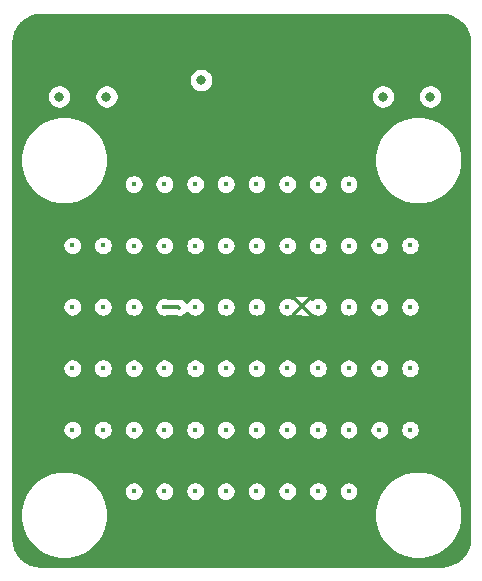
<source format=gbr>
G04 #@! TF.GenerationSoftware,KiCad,Pcbnew,(5.1.9-0-10_14)*
G04 #@! TF.CreationDate,2021-04-12T02:32:52-07:00*
G04 #@! TF.ProjectId,LED_array,4c45445f-6172-4726-9179-2e6b69636164,rev?*
G04 #@! TF.SameCoordinates,Original*
G04 #@! TF.FileFunction,Copper,L4,Bot*
G04 #@! TF.FilePolarity,Positive*
%FSLAX46Y46*%
G04 Gerber Fmt 4.6, Leading zero omitted, Abs format (unit mm)*
G04 Created by KiCad (PCBNEW (5.1.9-0-10_14)) date 2021-04-12 02:32:52*
%MOMM*%
%LPD*%
G01*
G04 APERTURE LIST*
G04 #@! TA.AperFunction,ViaPad*
%ADD10C,0.800000*%
G04 #@! TD*
G04 #@! TA.AperFunction,ViaPad*
%ADD11C,0.400000*%
G04 #@! TD*
G04 #@! TA.AperFunction,Conductor*
%ADD12C,0.300000*%
G04 #@! TD*
G04 #@! TA.AperFunction,Conductor*
%ADD13C,0.254000*%
G04 #@! TD*
G04 #@! TA.AperFunction,Conductor*
%ADD14C,0.100000*%
G04 #@! TD*
G04 APERTURE END LIST*
D10*
X76000000Y-24400000D03*
X72000000Y-24400000D03*
X44600000Y-24400000D03*
X48600000Y-24400000D03*
X58100000Y-28220000D03*
X61110000Y-28210000D03*
X64130000Y-28190000D03*
D11*
X71700000Y-39600000D03*
X45700000Y-39600000D03*
X50900000Y-34400000D03*
X53500000Y-34400000D03*
X56100000Y-34400000D03*
X58700000Y-34400000D03*
X61300000Y-34400000D03*
X63900000Y-34400000D03*
X66500000Y-34400000D03*
X69100000Y-34400000D03*
X50900000Y-39600000D03*
X53500000Y-39600000D03*
X56100000Y-39600000D03*
X58700000Y-39600000D03*
X61300000Y-39600000D03*
X63900000Y-39600000D03*
X66500000Y-39600000D03*
X69100000Y-39600000D03*
X50900000Y-44800000D03*
X53500000Y-44800000D03*
X56100000Y-44800000D03*
X58700000Y-44800000D03*
X61300000Y-44800000D03*
X63900000Y-44800000D03*
X66500000Y-44800000D03*
X69100000Y-44800000D03*
X50900000Y-50000000D03*
X53500000Y-50000000D03*
X56100000Y-50000000D03*
X58700000Y-50000000D03*
X61300000Y-50000000D03*
X63900000Y-50000000D03*
X66500000Y-50000000D03*
X69100000Y-50000000D03*
X50900000Y-55200000D03*
X53500000Y-55200000D03*
X56100000Y-55200000D03*
X58700000Y-55200000D03*
X61300000Y-55200000D03*
X63900000Y-55200000D03*
X66500000Y-55200000D03*
X69100000Y-55200000D03*
X50900000Y-60400000D03*
X53500000Y-60400000D03*
X56100000Y-60400000D03*
X58700000Y-60400000D03*
X61300000Y-60400000D03*
X63900000Y-60400000D03*
X66500000Y-60400000D03*
X69100000Y-60400000D03*
X50900000Y-65600000D03*
X53500000Y-65600000D03*
X56100000Y-65600000D03*
X58700000Y-65600000D03*
X61300000Y-65600000D03*
X63900000Y-65600000D03*
X66500000Y-65600000D03*
X69100000Y-65600000D03*
X48300000Y-39600000D03*
X45700000Y-44800000D03*
X48300000Y-44800000D03*
X45700000Y-50000000D03*
X48300000Y-50000000D03*
X45700000Y-55200000D03*
X48300000Y-55200000D03*
X45700000Y-60400000D03*
X48300000Y-60400000D03*
X74300000Y-39600000D03*
X71700000Y-44800000D03*
X74300000Y-44800000D03*
X71700000Y-50000000D03*
X74300000Y-50000000D03*
X71700000Y-55200000D03*
X74300000Y-55200000D03*
X71700000Y-60400000D03*
X74300000Y-60400000D03*
D10*
X56610000Y-28210000D03*
D11*
X71700000Y-42200000D03*
X45700000Y-42200000D03*
X50900000Y-37010000D03*
X53500000Y-37010000D03*
X56100000Y-37010000D03*
X58700000Y-37010000D03*
X61300000Y-37010000D03*
X63900000Y-37010000D03*
X66500000Y-37010000D03*
X69100000Y-37010000D03*
X50900000Y-42210000D03*
X53500000Y-42210000D03*
X56100000Y-42210000D03*
X58700000Y-42210000D03*
X61300000Y-42210000D03*
X63900000Y-42210000D03*
X66500000Y-42210000D03*
X69100000Y-42210000D03*
X50900000Y-47410000D03*
X53500000Y-47410000D03*
X56100000Y-47410000D03*
X58700000Y-47410000D03*
X61300000Y-47410000D03*
X63900000Y-47410000D03*
X66500000Y-47410000D03*
X69100000Y-47410000D03*
X50900000Y-52610000D03*
X53500000Y-52610000D03*
X56100000Y-52610000D03*
X58700000Y-52610000D03*
X61300000Y-52610000D03*
X63900000Y-52610000D03*
X66500000Y-52610000D03*
X69100000Y-52610000D03*
X50900000Y-57810000D03*
X53500000Y-57810000D03*
X56100000Y-57810000D03*
X58700000Y-57810000D03*
X61300000Y-57810000D03*
X63900000Y-57810000D03*
X66500000Y-57810000D03*
X69100000Y-57810000D03*
X50900000Y-63010000D03*
X53500000Y-63010000D03*
X56100000Y-63010000D03*
X58700000Y-63010000D03*
X61300000Y-63010000D03*
X63900000Y-63010000D03*
X66500000Y-63010000D03*
X69100000Y-63010000D03*
X48300000Y-42200000D03*
X45700000Y-47400000D03*
X48300000Y-47400000D03*
X45700000Y-52600000D03*
X48300000Y-52600000D03*
X45700000Y-57800000D03*
X48300000Y-57800000D03*
X74300000Y-42200000D03*
X71700000Y-47400000D03*
X74300000Y-47400000D03*
X71700000Y-52600000D03*
X74300000Y-52600000D03*
X71700000Y-57800000D03*
X74300000Y-57800000D03*
D10*
X76000000Y-29600000D03*
X72000000Y-29600000D03*
X48600000Y-29600000D03*
X44600000Y-29600000D03*
D12*
X66190000Y-46310000D02*
X65160000Y-47340000D01*
X64100000Y-46280000D02*
X65160000Y-47340000D01*
X64450000Y-48050000D02*
X65160000Y-47340000D01*
X66020000Y-48200000D02*
X65160000Y-47340000D01*
X54690000Y-47410000D02*
X54750000Y-47470000D01*
X53500000Y-47410000D02*
X54690000Y-47410000D01*
D13*
X77449016Y-22732312D02*
X77880930Y-22862714D01*
X78279285Y-23074524D01*
X78628914Y-23359675D01*
X78916497Y-23707303D01*
X79131086Y-24104177D01*
X79264498Y-24535161D01*
X79315000Y-25015654D01*
X79315001Y-66966485D01*
X79267688Y-67449016D01*
X79137287Y-67880927D01*
X78925480Y-68279280D01*
X78640325Y-68628914D01*
X78292697Y-68916497D01*
X77895825Y-69131085D01*
X77464834Y-69264500D01*
X76984346Y-69315000D01*
X43033504Y-69315000D01*
X42550984Y-69267688D01*
X42119073Y-69137287D01*
X41720720Y-68925480D01*
X41371086Y-68640325D01*
X41083503Y-68292697D01*
X40868915Y-67895825D01*
X40735500Y-67464834D01*
X40685000Y-66984346D01*
X40685000Y-64631946D01*
X41263081Y-64631946D01*
X41263081Y-65368054D01*
X41406689Y-66090019D01*
X41688386Y-66770095D01*
X42097346Y-67382147D01*
X42617853Y-67902654D01*
X43229905Y-68311614D01*
X43909981Y-68593311D01*
X44631946Y-68736919D01*
X45368054Y-68736919D01*
X46090019Y-68593311D01*
X46770095Y-68311614D01*
X47382147Y-67902654D01*
X47902654Y-67382147D01*
X48311614Y-66770095D01*
X48593311Y-66090019D01*
X48736919Y-65368054D01*
X48736919Y-64631946D01*
X71263081Y-64631946D01*
X71263081Y-65368054D01*
X71406689Y-66090019D01*
X71688386Y-66770095D01*
X72097346Y-67382147D01*
X72617853Y-67902654D01*
X73229905Y-68311614D01*
X73909981Y-68593311D01*
X74631946Y-68736919D01*
X75368054Y-68736919D01*
X76090019Y-68593311D01*
X76770095Y-68311614D01*
X77382147Y-67902654D01*
X77902654Y-67382147D01*
X78311614Y-66770095D01*
X78593311Y-66090019D01*
X78736919Y-65368054D01*
X78736919Y-64631946D01*
X78593311Y-63909981D01*
X78311614Y-63229905D01*
X77902654Y-62617853D01*
X77382147Y-62097346D01*
X76770095Y-61688386D01*
X76090019Y-61406689D01*
X75368054Y-61263081D01*
X74631946Y-61263081D01*
X73909981Y-61406689D01*
X73229905Y-61688386D01*
X72617853Y-62097346D01*
X72097346Y-62617853D01*
X71688386Y-63229905D01*
X71406689Y-63909981D01*
X71263081Y-64631946D01*
X48736919Y-64631946D01*
X48593311Y-63909981D01*
X48311614Y-63229905D01*
X48109728Y-62927760D01*
X50065000Y-62927760D01*
X50065000Y-63092240D01*
X50097089Y-63253560D01*
X50160033Y-63405521D01*
X50251413Y-63542281D01*
X50367719Y-63658587D01*
X50504479Y-63749967D01*
X50656440Y-63812911D01*
X50817760Y-63845000D01*
X50982240Y-63845000D01*
X51143560Y-63812911D01*
X51295521Y-63749967D01*
X51432281Y-63658587D01*
X51548587Y-63542281D01*
X51639967Y-63405521D01*
X51702911Y-63253560D01*
X51735000Y-63092240D01*
X51735000Y-62927760D01*
X52665000Y-62927760D01*
X52665000Y-63092240D01*
X52697089Y-63253560D01*
X52760033Y-63405521D01*
X52851413Y-63542281D01*
X52967719Y-63658587D01*
X53104479Y-63749967D01*
X53256440Y-63812911D01*
X53417760Y-63845000D01*
X53582240Y-63845000D01*
X53743560Y-63812911D01*
X53895521Y-63749967D01*
X54032281Y-63658587D01*
X54148587Y-63542281D01*
X54239967Y-63405521D01*
X54302911Y-63253560D01*
X54335000Y-63092240D01*
X54335000Y-62927760D01*
X55265000Y-62927760D01*
X55265000Y-63092240D01*
X55297089Y-63253560D01*
X55360033Y-63405521D01*
X55451413Y-63542281D01*
X55567719Y-63658587D01*
X55704479Y-63749967D01*
X55856440Y-63812911D01*
X56017760Y-63845000D01*
X56182240Y-63845000D01*
X56343560Y-63812911D01*
X56495521Y-63749967D01*
X56632281Y-63658587D01*
X56748587Y-63542281D01*
X56839967Y-63405521D01*
X56902911Y-63253560D01*
X56935000Y-63092240D01*
X56935000Y-62927760D01*
X57865000Y-62927760D01*
X57865000Y-63092240D01*
X57897089Y-63253560D01*
X57960033Y-63405521D01*
X58051413Y-63542281D01*
X58167719Y-63658587D01*
X58304479Y-63749967D01*
X58456440Y-63812911D01*
X58617760Y-63845000D01*
X58782240Y-63845000D01*
X58943560Y-63812911D01*
X59095521Y-63749967D01*
X59232281Y-63658587D01*
X59348587Y-63542281D01*
X59439967Y-63405521D01*
X59502911Y-63253560D01*
X59535000Y-63092240D01*
X59535000Y-62927760D01*
X60465000Y-62927760D01*
X60465000Y-63092240D01*
X60497089Y-63253560D01*
X60560033Y-63405521D01*
X60651413Y-63542281D01*
X60767719Y-63658587D01*
X60904479Y-63749967D01*
X61056440Y-63812911D01*
X61217760Y-63845000D01*
X61382240Y-63845000D01*
X61543560Y-63812911D01*
X61695521Y-63749967D01*
X61832281Y-63658587D01*
X61948587Y-63542281D01*
X62039967Y-63405521D01*
X62102911Y-63253560D01*
X62135000Y-63092240D01*
X62135000Y-62927760D01*
X63065000Y-62927760D01*
X63065000Y-63092240D01*
X63097089Y-63253560D01*
X63160033Y-63405521D01*
X63251413Y-63542281D01*
X63367719Y-63658587D01*
X63504479Y-63749967D01*
X63656440Y-63812911D01*
X63817760Y-63845000D01*
X63982240Y-63845000D01*
X64143560Y-63812911D01*
X64295521Y-63749967D01*
X64432281Y-63658587D01*
X64548587Y-63542281D01*
X64639967Y-63405521D01*
X64702911Y-63253560D01*
X64735000Y-63092240D01*
X64735000Y-62927760D01*
X65665000Y-62927760D01*
X65665000Y-63092240D01*
X65697089Y-63253560D01*
X65760033Y-63405521D01*
X65851413Y-63542281D01*
X65967719Y-63658587D01*
X66104479Y-63749967D01*
X66256440Y-63812911D01*
X66417760Y-63845000D01*
X66582240Y-63845000D01*
X66743560Y-63812911D01*
X66895521Y-63749967D01*
X67032281Y-63658587D01*
X67148587Y-63542281D01*
X67239967Y-63405521D01*
X67302911Y-63253560D01*
X67335000Y-63092240D01*
X67335000Y-62927760D01*
X68265000Y-62927760D01*
X68265000Y-63092240D01*
X68297089Y-63253560D01*
X68360033Y-63405521D01*
X68451413Y-63542281D01*
X68567719Y-63658587D01*
X68704479Y-63749967D01*
X68856440Y-63812911D01*
X69017760Y-63845000D01*
X69182240Y-63845000D01*
X69343560Y-63812911D01*
X69495521Y-63749967D01*
X69632281Y-63658587D01*
X69748587Y-63542281D01*
X69839967Y-63405521D01*
X69902911Y-63253560D01*
X69935000Y-63092240D01*
X69935000Y-62927760D01*
X69902911Y-62766440D01*
X69839967Y-62614479D01*
X69748587Y-62477719D01*
X69632281Y-62361413D01*
X69495521Y-62270033D01*
X69343560Y-62207089D01*
X69182240Y-62175000D01*
X69017760Y-62175000D01*
X68856440Y-62207089D01*
X68704479Y-62270033D01*
X68567719Y-62361413D01*
X68451413Y-62477719D01*
X68360033Y-62614479D01*
X68297089Y-62766440D01*
X68265000Y-62927760D01*
X67335000Y-62927760D01*
X67302911Y-62766440D01*
X67239967Y-62614479D01*
X67148587Y-62477719D01*
X67032281Y-62361413D01*
X66895521Y-62270033D01*
X66743560Y-62207089D01*
X66582240Y-62175000D01*
X66417760Y-62175000D01*
X66256440Y-62207089D01*
X66104479Y-62270033D01*
X65967719Y-62361413D01*
X65851413Y-62477719D01*
X65760033Y-62614479D01*
X65697089Y-62766440D01*
X65665000Y-62927760D01*
X64735000Y-62927760D01*
X64702911Y-62766440D01*
X64639967Y-62614479D01*
X64548587Y-62477719D01*
X64432281Y-62361413D01*
X64295521Y-62270033D01*
X64143560Y-62207089D01*
X63982240Y-62175000D01*
X63817760Y-62175000D01*
X63656440Y-62207089D01*
X63504479Y-62270033D01*
X63367719Y-62361413D01*
X63251413Y-62477719D01*
X63160033Y-62614479D01*
X63097089Y-62766440D01*
X63065000Y-62927760D01*
X62135000Y-62927760D01*
X62102911Y-62766440D01*
X62039967Y-62614479D01*
X61948587Y-62477719D01*
X61832281Y-62361413D01*
X61695521Y-62270033D01*
X61543560Y-62207089D01*
X61382240Y-62175000D01*
X61217760Y-62175000D01*
X61056440Y-62207089D01*
X60904479Y-62270033D01*
X60767719Y-62361413D01*
X60651413Y-62477719D01*
X60560033Y-62614479D01*
X60497089Y-62766440D01*
X60465000Y-62927760D01*
X59535000Y-62927760D01*
X59502911Y-62766440D01*
X59439967Y-62614479D01*
X59348587Y-62477719D01*
X59232281Y-62361413D01*
X59095521Y-62270033D01*
X58943560Y-62207089D01*
X58782240Y-62175000D01*
X58617760Y-62175000D01*
X58456440Y-62207089D01*
X58304479Y-62270033D01*
X58167719Y-62361413D01*
X58051413Y-62477719D01*
X57960033Y-62614479D01*
X57897089Y-62766440D01*
X57865000Y-62927760D01*
X56935000Y-62927760D01*
X56902911Y-62766440D01*
X56839967Y-62614479D01*
X56748587Y-62477719D01*
X56632281Y-62361413D01*
X56495521Y-62270033D01*
X56343560Y-62207089D01*
X56182240Y-62175000D01*
X56017760Y-62175000D01*
X55856440Y-62207089D01*
X55704479Y-62270033D01*
X55567719Y-62361413D01*
X55451413Y-62477719D01*
X55360033Y-62614479D01*
X55297089Y-62766440D01*
X55265000Y-62927760D01*
X54335000Y-62927760D01*
X54302911Y-62766440D01*
X54239967Y-62614479D01*
X54148587Y-62477719D01*
X54032281Y-62361413D01*
X53895521Y-62270033D01*
X53743560Y-62207089D01*
X53582240Y-62175000D01*
X53417760Y-62175000D01*
X53256440Y-62207089D01*
X53104479Y-62270033D01*
X52967719Y-62361413D01*
X52851413Y-62477719D01*
X52760033Y-62614479D01*
X52697089Y-62766440D01*
X52665000Y-62927760D01*
X51735000Y-62927760D01*
X51702911Y-62766440D01*
X51639967Y-62614479D01*
X51548587Y-62477719D01*
X51432281Y-62361413D01*
X51295521Y-62270033D01*
X51143560Y-62207089D01*
X50982240Y-62175000D01*
X50817760Y-62175000D01*
X50656440Y-62207089D01*
X50504479Y-62270033D01*
X50367719Y-62361413D01*
X50251413Y-62477719D01*
X50160033Y-62614479D01*
X50097089Y-62766440D01*
X50065000Y-62927760D01*
X48109728Y-62927760D01*
X47902654Y-62617853D01*
X47382147Y-62097346D01*
X46770095Y-61688386D01*
X46090019Y-61406689D01*
X45368054Y-61263081D01*
X44631946Y-61263081D01*
X43909981Y-61406689D01*
X43229905Y-61688386D01*
X42617853Y-62097346D01*
X42097346Y-62617853D01*
X41688386Y-63229905D01*
X41406689Y-63909981D01*
X41263081Y-64631946D01*
X40685000Y-64631946D01*
X40685000Y-57717760D01*
X44865000Y-57717760D01*
X44865000Y-57882240D01*
X44897089Y-58043560D01*
X44960033Y-58195521D01*
X45051413Y-58332281D01*
X45167719Y-58448587D01*
X45304479Y-58539967D01*
X45456440Y-58602911D01*
X45617760Y-58635000D01*
X45782240Y-58635000D01*
X45943560Y-58602911D01*
X46095521Y-58539967D01*
X46232281Y-58448587D01*
X46348587Y-58332281D01*
X46439967Y-58195521D01*
X46502911Y-58043560D01*
X46535000Y-57882240D01*
X46535000Y-57717760D01*
X47465000Y-57717760D01*
X47465000Y-57882240D01*
X47497089Y-58043560D01*
X47560033Y-58195521D01*
X47651413Y-58332281D01*
X47767719Y-58448587D01*
X47904479Y-58539967D01*
X48056440Y-58602911D01*
X48217760Y-58635000D01*
X48382240Y-58635000D01*
X48543560Y-58602911D01*
X48695521Y-58539967D01*
X48832281Y-58448587D01*
X48948587Y-58332281D01*
X49039967Y-58195521D01*
X49102911Y-58043560D01*
X49135000Y-57882240D01*
X49135000Y-57727760D01*
X50065000Y-57727760D01*
X50065000Y-57892240D01*
X50097089Y-58053560D01*
X50160033Y-58205521D01*
X50251413Y-58342281D01*
X50367719Y-58458587D01*
X50504479Y-58549967D01*
X50656440Y-58612911D01*
X50817760Y-58645000D01*
X50982240Y-58645000D01*
X51143560Y-58612911D01*
X51295521Y-58549967D01*
X51432281Y-58458587D01*
X51548587Y-58342281D01*
X51639967Y-58205521D01*
X51702911Y-58053560D01*
X51735000Y-57892240D01*
X51735000Y-57727760D01*
X52665000Y-57727760D01*
X52665000Y-57892240D01*
X52697089Y-58053560D01*
X52760033Y-58205521D01*
X52851413Y-58342281D01*
X52967719Y-58458587D01*
X53104479Y-58549967D01*
X53256440Y-58612911D01*
X53417760Y-58645000D01*
X53582240Y-58645000D01*
X53743560Y-58612911D01*
X53895521Y-58549967D01*
X54032281Y-58458587D01*
X54148587Y-58342281D01*
X54239967Y-58205521D01*
X54302911Y-58053560D01*
X54335000Y-57892240D01*
X54335000Y-57727760D01*
X55265000Y-57727760D01*
X55265000Y-57892240D01*
X55297089Y-58053560D01*
X55360033Y-58205521D01*
X55451413Y-58342281D01*
X55567719Y-58458587D01*
X55704479Y-58549967D01*
X55856440Y-58612911D01*
X56017760Y-58645000D01*
X56182240Y-58645000D01*
X56343560Y-58612911D01*
X56495521Y-58549967D01*
X56632281Y-58458587D01*
X56748587Y-58342281D01*
X56839967Y-58205521D01*
X56902911Y-58053560D01*
X56935000Y-57892240D01*
X56935000Y-57727760D01*
X57865000Y-57727760D01*
X57865000Y-57892240D01*
X57897089Y-58053560D01*
X57960033Y-58205521D01*
X58051413Y-58342281D01*
X58167719Y-58458587D01*
X58304479Y-58549967D01*
X58456440Y-58612911D01*
X58617760Y-58645000D01*
X58782240Y-58645000D01*
X58943560Y-58612911D01*
X59095521Y-58549967D01*
X59232281Y-58458587D01*
X59348587Y-58342281D01*
X59439967Y-58205521D01*
X59502911Y-58053560D01*
X59535000Y-57892240D01*
X59535000Y-57727760D01*
X60465000Y-57727760D01*
X60465000Y-57892240D01*
X60497089Y-58053560D01*
X60560033Y-58205521D01*
X60651413Y-58342281D01*
X60767719Y-58458587D01*
X60904479Y-58549967D01*
X61056440Y-58612911D01*
X61217760Y-58645000D01*
X61382240Y-58645000D01*
X61543560Y-58612911D01*
X61695521Y-58549967D01*
X61832281Y-58458587D01*
X61948587Y-58342281D01*
X62039967Y-58205521D01*
X62102911Y-58053560D01*
X62135000Y-57892240D01*
X62135000Y-57727760D01*
X63065000Y-57727760D01*
X63065000Y-57892240D01*
X63097089Y-58053560D01*
X63160033Y-58205521D01*
X63251413Y-58342281D01*
X63367719Y-58458587D01*
X63504479Y-58549967D01*
X63656440Y-58612911D01*
X63817760Y-58645000D01*
X63982240Y-58645000D01*
X64143560Y-58612911D01*
X64295521Y-58549967D01*
X64432281Y-58458587D01*
X64548587Y-58342281D01*
X64639967Y-58205521D01*
X64702911Y-58053560D01*
X64735000Y-57892240D01*
X64735000Y-57727760D01*
X65665000Y-57727760D01*
X65665000Y-57892240D01*
X65697089Y-58053560D01*
X65760033Y-58205521D01*
X65851413Y-58342281D01*
X65967719Y-58458587D01*
X66104479Y-58549967D01*
X66256440Y-58612911D01*
X66417760Y-58645000D01*
X66582240Y-58645000D01*
X66743560Y-58612911D01*
X66895521Y-58549967D01*
X67032281Y-58458587D01*
X67148587Y-58342281D01*
X67239967Y-58205521D01*
X67302911Y-58053560D01*
X67335000Y-57892240D01*
X67335000Y-57727760D01*
X68265000Y-57727760D01*
X68265000Y-57892240D01*
X68297089Y-58053560D01*
X68360033Y-58205521D01*
X68451413Y-58342281D01*
X68567719Y-58458587D01*
X68704479Y-58549967D01*
X68856440Y-58612911D01*
X69017760Y-58645000D01*
X69182240Y-58645000D01*
X69343560Y-58612911D01*
X69495521Y-58549967D01*
X69632281Y-58458587D01*
X69748587Y-58342281D01*
X69839967Y-58205521D01*
X69902911Y-58053560D01*
X69935000Y-57892240D01*
X69935000Y-57727760D01*
X69933011Y-57717760D01*
X70865000Y-57717760D01*
X70865000Y-57882240D01*
X70897089Y-58043560D01*
X70960033Y-58195521D01*
X71051413Y-58332281D01*
X71167719Y-58448587D01*
X71304479Y-58539967D01*
X71456440Y-58602911D01*
X71617760Y-58635000D01*
X71782240Y-58635000D01*
X71943560Y-58602911D01*
X72095521Y-58539967D01*
X72232281Y-58448587D01*
X72348587Y-58332281D01*
X72439967Y-58195521D01*
X72502911Y-58043560D01*
X72535000Y-57882240D01*
X72535000Y-57717760D01*
X73465000Y-57717760D01*
X73465000Y-57882240D01*
X73497089Y-58043560D01*
X73560033Y-58195521D01*
X73651413Y-58332281D01*
X73767719Y-58448587D01*
X73904479Y-58539967D01*
X74056440Y-58602911D01*
X74217760Y-58635000D01*
X74382240Y-58635000D01*
X74543560Y-58602911D01*
X74695521Y-58539967D01*
X74832281Y-58448587D01*
X74948587Y-58332281D01*
X75039967Y-58195521D01*
X75102911Y-58043560D01*
X75135000Y-57882240D01*
X75135000Y-57717760D01*
X75102911Y-57556440D01*
X75039967Y-57404479D01*
X74948587Y-57267719D01*
X74832281Y-57151413D01*
X74695521Y-57060033D01*
X74543560Y-56997089D01*
X74382240Y-56965000D01*
X74217760Y-56965000D01*
X74056440Y-56997089D01*
X73904479Y-57060033D01*
X73767719Y-57151413D01*
X73651413Y-57267719D01*
X73560033Y-57404479D01*
X73497089Y-57556440D01*
X73465000Y-57717760D01*
X72535000Y-57717760D01*
X72502911Y-57556440D01*
X72439967Y-57404479D01*
X72348587Y-57267719D01*
X72232281Y-57151413D01*
X72095521Y-57060033D01*
X71943560Y-56997089D01*
X71782240Y-56965000D01*
X71617760Y-56965000D01*
X71456440Y-56997089D01*
X71304479Y-57060033D01*
X71167719Y-57151413D01*
X71051413Y-57267719D01*
X70960033Y-57404479D01*
X70897089Y-57556440D01*
X70865000Y-57717760D01*
X69933011Y-57717760D01*
X69902911Y-57566440D01*
X69839967Y-57414479D01*
X69748587Y-57277719D01*
X69632281Y-57161413D01*
X69495521Y-57070033D01*
X69343560Y-57007089D01*
X69182240Y-56975000D01*
X69017760Y-56975000D01*
X68856440Y-57007089D01*
X68704479Y-57070033D01*
X68567719Y-57161413D01*
X68451413Y-57277719D01*
X68360033Y-57414479D01*
X68297089Y-57566440D01*
X68265000Y-57727760D01*
X67335000Y-57727760D01*
X67302911Y-57566440D01*
X67239967Y-57414479D01*
X67148587Y-57277719D01*
X67032281Y-57161413D01*
X66895521Y-57070033D01*
X66743560Y-57007089D01*
X66582240Y-56975000D01*
X66417760Y-56975000D01*
X66256440Y-57007089D01*
X66104479Y-57070033D01*
X65967719Y-57161413D01*
X65851413Y-57277719D01*
X65760033Y-57414479D01*
X65697089Y-57566440D01*
X65665000Y-57727760D01*
X64735000Y-57727760D01*
X64702911Y-57566440D01*
X64639967Y-57414479D01*
X64548587Y-57277719D01*
X64432281Y-57161413D01*
X64295521Y-57070033D01*
X64143560Y-57007089D01*
X63982240Y-56975000D01*
X63817760Y-56975000D01*
X63656440Y-57007089D01*
X63504479Y-57070033D01*
X63367719Y-57161413D01*
X63251413Y-57277719D01*
X63160033Y-57414479D01*
X63097089Y-57566440D01*
X63065000Y-57727760D01*
X62135000Y-57727760D01*
X62102911Y-57566440D01*
X62039967Y-57414479D01*
X61948587Y-57277719D01*
X61832281Y-57161413D01*
X61695521Y-57070033D01*
X61543560Y-57007089D01*
X61382240Y-56975000D01*
X61217760Y-56975000D01*
X61056440Y-57007089D01*
X60904479Y-57070033D01*
X60767719Y-57161413D01*
X60651413Y-57277719D01*
X60560033Y-57414479D01*
X60497089Y-57566440D01*
X60465000Y-57727760D01*
X59535000Y-57727760D01*
X59502911Y-57566440D01*
X59439967Y-57414479D01*
X59348587Y-57277719D01*
X59232281Y-57161413D01*
X59095521Y-57070033D01*
X58943560Y-57007089D01*
X58782240Y-56975000D01*
X58617760Y-56975000D01*
X58456440Y-57007089D01*
X58304479Y-57070033D01*
X58167719Y-57161413D01*
X58051413Y-57277719D01*
X57960033Y-57414479D01*
X57897089Y-57566440D01*
X57865000Y-57727760D01*
X56935000Y-57727760D01*
X56902911Y-57566440D01*
X56839967Y-57414479D01*
X56748587Y-57277719D01*
X56632281Y-57161413D01*
X56495521Y-57070033D01*
X56343560Y-57007089D01*
X56182240Y-56975000D01*
X56017760Y-56975000D01*
X55856440Y-57007089D01*
X55704479Y-57070033D01*
X55567719Y-57161413D01*
X55451413Y-57277719D01*
X55360033Y-57414479D01*
X55297089Y-57566440D01*
X55265000Y-57727760D01*
X54335000Y-57727760D01*
X54302911Y-57566440D01*
X54239967Y-57414479D01*
X54148587Y-57277719D01*
X54032281Y-57161413D01*
X53895521Y-57070033D01*
X53743560Y-57007089D01*
X53582240Y-56975000D01*
X53417760Y-56975000D01*
X53256440Y-57007089D01*
X53104479Y-57070033D01*
X52967719Y-57161413D01*
X52851413Y-57277719D01*
X52760033Y-57414479D01*
X52697089Y-57566440D01*
X52665000Y-57727760D01*
X51735000Y-57727760D01*
X51702911Y-57566440D01*
X51639967Y-57414479D01*
X51548587Y-57277719D01*
X51432281Y-57161413D01*
X51295521Y-57070033D01*
X51143560Y-57007089D01*
X50982240Y-56975000D01*
X50817760Y-56975000D01*
X50656440Y-57007089D01*
X50504479Y-57070033D01*
X50367719Y-57161413D01*
X50251413Y-57277719D01*
X50160033Y-57414479D01*
X50097089Y-57566440D01*
X50065000Y-57727760D01*
X49135000Y-57727760D01*
X49135000Y-57717760D01*
X49102911Y-57556440D01*
X49039967Y-57404479D01*
X48948587Y-57267719D01*
X48832281Y-57151413D01*
X48695521Y-57060033D01*
X48543560Y-56997089D01*
X48382240Y-56965000D01*
X48217760Y-56965000D01*
X48056440Y-56997089D01*
X47904479Y-57060033D01*
X47767719Y-57151413D01*
X47651413Y-57267719D01*
X47560033Y-57404479D01*
X47497089Y-57556440D01*
X47465000Y-57717760D01*
X46535000Y-57717760D01*
X46502911Y-57556440D01*
X46439967Y-57404479D01*
X46348587Y-57267719D01*
X46232281Y-57151413D01*
X46095521Y-57060033D01*
X45943560Y-56997089D01*
X45782240Y-56965000D01*
X45617760Y-56965000D01*
X45456440Y-56997089D01*
X45304479Y-57060033D01*
X45167719Y-57151413D01*
X45051413Y-57267719D01*
X44960033Y-57404479D01*
X44897089Y-57556440D01*
X44865000Y-57717760D01*
X40685000Y-57717760D01*
X40685000Y-52517760D01*
X44865000Y-52517760D01*
X44865000Y-52682240D01*
X44897089Y-52843560D01*
X44960033Y-52995521D01*
X45051413Y-53132281D01*
X45167719Y-53248587D01*
X45304479Y-53339967D01*
X45456440Y-53402911D01*
X45617760Y-53435000D01*
X45782240Y-53435000D01*
X45943560Y-53402911D01*
X46095521Y-53339967D01*
X46232281Y-53248587D01*
X46348587Y-53132281D01*
X46439967Y-52995521D01*
X46502911Y-52843560D01*
X46535000Y-52682240D01*
X46535000Y-52517760D01*
X47465000Y-52517760D01*
X47465000Y-52682240D01*
X47497089Y-52843560D01*
X47560033Y-52995521D01*
X47651413Y-53132281D01*
X47767719Y-53248587D01*
X47904479Y-53339967D01*
X48056440Y-53402911D01*
X48217760Y-53435000D01*
X48382240Y-53435000D01*
X48543560Y-53402911D01*
X48695521Y-53339967D01*
X48832281Y-53248587D01*
X48948587Y-53132281D01*
X49039967Y-52995521D01*
X49102911Y-52843560D01*
X49135000Y-52682240D01*
X49135000Y-52527760D01*
X50065000Y-52527760D01*
X50065000Y-52692240D01*
X50097089Y-52853560D01*
X50160033Y-53005521D01*
X50251413Y-53142281D01*
X50367719Y-53258587D01*
X50504479Y-53349967D01*
X50656440Y-53412911D01*
X50817760Y-53445000D01*
X50982240Y-53445000D01*
X51143560Y-53412911D01*
X51295521Y-53349967D01*
X51432281Y-53258587D01*
X51548587Y-53142281D01*
X51639967Y-53005521D01*
X51702911Y-52853560D01*
X51735000Y-52692240D01*
X51735000Y-52527760D01*
X52665000Y-52527760D01*
X52665000Y-52692240D01*
X52697089Y-52853560D01*
X52760033Y-53005521D01*
X52851413Y-53142281D01*
X52967719Y-53258587D01*
X53104479Y-53349967D01*
X53256440Y-53412911D01*
X53417760Y-53445000D01*
X53582240Y-53445000D01*
X53743560Y-53412911D01*
X53895521Y-53349967D01*
X54032281Y-53258587D01*
X54148587Y-53142281D01*
X54239967Y-53005521D01*
X54302911Y-52853560D01*
X54335000Y-52692240D01*
X54335000Y-52527760D01*
X55265000Y-52527760D01*
X55265000Y-52692240D01*
X55297089Y-52853560D01*
X55360033Y-53005521D01*
X55451413Y-53142281D01*
X55567719Y-53258587D01*
X55704479Y-53349967D01*
X55856440Y-53412911D01*
X56017760Y-53445000D01*
X56182240Y-53445000D01*
X56343560Y-53412911D01*
X56495521Y-53349967D01*
X56632281Y-53258587D01*
X56748587Y-53142281D01*
X56839967Y-53005521D01*
X56902911Y-52853560D01*
X56935000Y-52692240D01*
X56935000Y-52527760D01*
X57865000Y-52527760D01*
X57865000Y-52692240D01*
X57897089Y-52853560D01*
X57960033Y-53005521D01*
X58051413Y-53142281D01*
X58167719Y-53258587D01*
X58304479Y-53349967D01*
X58456440Y-53412911D01*
X58617760Y-53445000D01*
X58782240Y-53445000D01*
X58943560Y-53412911D01*
X59095521Y-53349967D01*
X59232281Y-53258587D01*
X59348587Y-53142281D01*
X59439967Y-53005521D01*
X59502911Y-52853560D01*
X59535000Y-52692240D01*
X59535000Y-52527760D01*
X60465000Y-52527760D01*
X60465000Y-52692240D01*
X60497089Y-52853560D01*
X60560033Y-53005521D01*
X60651413Y-53142281D01*
X60767719Y-53258587D01*
X60904479Y-53349967D01*
X61056440Y-53412911D01*
X61217760Y-53445000D01*
X61382240Y-53445000D01*
X61543560Y-53412911D01*
X61695521Y-53349967D01*
X61832281Y-53258587D01*
X61948587Y-53142281D01*
X62039967Y-53005521D01*
X62102911Y-52853560D01*
X62135000Y-52692240D01*
X62135000Y-52527760D01*
X63065000Y-52527760D01*
X63065000Y-52692240D01*
X63097089Y-52853560D01*
X63160033Y-53005521D01*
X63251413Y-53142281D01*
X63367719Y-53258587D01*
X63504479Y-53349967D01*
X63656440Y-53412911D01*
X63817760Y-53445000D01*
X63982240Y-53445000D01*
X64143560Y-53412911D01*
X64295521Y-53349967D01*
X64432281Y-53258587D01*
X64548587Y-53142281D01*
X64639967Y-53005521D01*
X64702911Y-52853560D01*
X64735000Y-52692240D01*
X64735000Y-52527760D01*
X65665000Y-52527760D01*
X65665000Y-52692240D01*
X65697089Y-52853560D01*
X65760033Y-53005521D01*
X65851413Y-53142281D01*
X65967719Y-53258587D01*
X66104479Y-53349967D01*
X66256440Y-53412911D01*
X66417760Y-53445000D01*
X66582240Y-53445000D01*
X66743560Y-53412911D01*
X66895521Y-53349967D01*
X67032281Y-53258587D01*
X67148587Y-53142281D01*
X67239967Y-53005521D01*
X67302911Y-52853560D01*
X67335000Y-52692240D01*
X67335000Y-52527760D01*
X68265000Y-52527760D01*
X68265000Y-52692240D01*
X68297089Y-52853560D01*
X68360033Y-53005521D01*
X68451413Y-53142281D01*
X68567719Y-53258587D01*
X68704479Y-53349967D01*
X68856440Y-53412911D01*
X69017760Y-53445000D01*
X69182240Y-53445000D01*
X69343560Y-53412911D01*
X69495521Y-53349967D01*
X69632281Y-53258587D01*
X69748587Y-53142281D01*
X69839967Y-53005521D01*
X69902911Y-52853560D01*
X69935000Y-52692240D01*
X69935000Y-52527760D01*
X69933011Y-52517760D01*
X70865000Y-52517760D01*
X70865000Y-52682240D01*
X70897089Y-52843560D01*
X70960033Y-52995521D01*
X71051413Y-53132281D01*
X71167719Y-53248587D01*
X71304479Y-53339967D01*
X71456440Y-53402911D01*
X71617760Y-53435000D01*
X71782240Y-53435000D01*
X71943560Y-53402911D01*
X72095521Y-53339967D01*
X72232281Y-53248587D01*
X72348587Y-53132281D01*
X72439967Y-52995521D01*
X72502911Y-52843560D01*
X72535000Y-52682240D01*
X72535000Y-52517760D01*
X73465000Y-52517760D01*
X73465000Y-52682240D01*
X73497089Y-52843560D01*
X73560033Y-52995521D01*
X73651413Y-53132281D01*
X73767719Y-53248587D01*
X73904479Y-53339967D01*
X74056440Y-53402911D01*
X74217760Y-53435000D01*
X74382240Y-53435000D01*
X74543560Y-53402911D01*
X74695521Y-53339967D01*
X74832281Y-53248587D01*
X74948587Y-53132281D01*
X75039967Y-52995521D01*
X75102911Y-52843560D01*
X75135000Y-52682240D01*
X75135000Y-52517760D01*
X75102911Y-52356440D01*
X75039967Y-52204479D01*
X74948587Y-52067719D01*
X74832281Y-51951413D01*
X74695521Y-51860033D01*
X74543560Y-51797089D01*
X74382240Y-51765000D01*
X74217760Y-51765000D01*
X74056440Y-51797089D01*
X73904479Y-51860033D01*
X73767719Y-51951413D01*
X73651413Y-52067719D01*
X73560033Y-52204479D01*
X73497089Y-52356440D01*
X73465000Y-52517760D01*
X72535000Y-52517760D01*
X72502911Y-52356440D01*
X72439967Y-52204479D01*
X72348587Y-52067719D01*
X72232281Y-51951413D01*
X72095521Y-51860033D01*
X71943560Y-51797089D01*
X71782240Y-51765000D01*
X71617760Y-51765000D01*
X71456440Y-51797089D01*
X71304479Y-51860033D01*
X71167719Y-51951413D01*
X71051413Y-52067719D01*
X70960033Y-52204479D01*
X70897089Y-52356440D01*
X70865000Y-52517760D01*
X69933011Y-52517760D01*
X69902911Y-52366440D01*
X69839967Y-52214479D01*
X69748587Y-52077719D01*
X69632281Y-51961413D01*
X69495521Y-51870033D01*
X69343560Y-51807089D01*
X69182240Y-51775000D01*
X69017760Y-51775000D01*
X68856440Y-51807089D01*
X68704479Y-51870033D01*
X68567719Y-51961413D01*
X68451413Y-52077719D01*
X68360033Y-52214479D01*
X68297089Y-52366440D01*
X68265000Y-52527760D01*
X67335000Y-52527760D01*
X67302911Y-52366440D01*
X67239967Y-52214479D01*
X67148587Y-52077719D01*
X67032281Y-51961413D01*
X66895521Y-51870033D01*
X66743560Y-51807089D01*
X66582240Y-51775000D01*
X66417760Y-51775000D01*
X66256440Y-51807089D01*
X66104479Y-51870033D01*
X65967719Y-51961413D01*
X65851413Y-52077719D01*
X65760033Y-52214479D01*
X65697089Y-52366440D01*
X65665000Y-52527760D01*
X64735000Y-52527760D01*
X64702911Y-52366440D01*
X64639967Y-52214479D01*
X64548587Y-52077719D01*
X64432281Y-51961413D01*
X64295521Y-51870033D01*
X64143560Y-51807089D01*
X63982240Y-51775000D01*
X63817760Y-51775000D01*
X63656440Y-51807089D01*
X63504479Y-51870033D01*
X63367719Y-51961413D01*
X63251413Y-52077719D01*
X63160033Y-52214479D01*
X63097089Y-52366440D01*
X63065000Y-52527760D01*
X62135000Y-52527760D01*
X62102911Y-52366440D01*
X62039967Y-52214479D01*
X61948587Y-52077719D01*
X61832281Y-51961413D01*
X61695521Y-51870033D01*
X61543560Y-51807089D01*
X61382240Y-51775000D01*
X61217760Y-51775000D01*
X61056440Y-51807089D01*
X60904479Y-51870033D01*
X60767719Y-51961413D01*
X60651413Y-52077719D01*
X60560033Y-52214479D01*
X60497089Y-52366440D01*
X60465000Y-52527760D01*
X59535000Y-52527760D01*
X59502911Y-52366440D01*
X59439967Y-52214479D01*
X59348587Y-52077719D01*
X59232281Y-51961413D01*
X59095521Y-51870033D01*
X58943560Y-51807089D01*
X58782240Y-51775000D01*
X58617760Y-51775000D01*
X58456440Y-51807089D01*
X58304479Y-51870033D01*
X58167719Y-51961413D01*
X58051413Y-52077719D01*
X57960033Y-52214479D01*
X57897089Y-52366440D01*
X57865000Y-52527760D01*
X56935000Y-52527760D01*
X56902911Y-52366440D01*
X56839967Y-52214479D01*
X56748587Y-52077719D01*
X56632281Y-51961413D01*
X56495521Y-51870033D01*
X56343560Y-51807089D01*
X56182240Y-51775000D01*
X56017760Y-51775000D01*
X55856440Y-51807089D01*
X55704479Y-51870033D01*
X55567719Y-51961413D01*
X55451413Y-52077719D01*
X55360033Y-52214479D01*
X55297089Y-52366440D01*
X55265000Y-52527760D01*
X54335000Y-52527760D01*
X54302911Y-52366440D01*
X54239967Y-52214479D01*
X54148587Y-52077719D01*
X54032281Y-51961413D01*
X53895521Y-51870033D01*
X53743560Y-51807089D01*
X53582240Y-51775000D01*
X53417760Y-51775000D01*
X53256440Y-51807089D01*
X53104479Y-51870033D01*
X52967719Y-51961413D01*
X52851413Y-52077719D01*
X52760033Y-52214479D01*
X52697089Y-52366440D01*
X52665000Y-52527760D01*
X51735000Y-52527760D01*
X51702911Y-52366440D01*
X51639967Y-52214479D01*
X51548587Y-52077719D01*
X51432281Y-51961413D01*
X51295521Y-51870033D01*
X51143560Y-51807089D01*
X50982240Y-51775000D01*
X50817760Y-51775000D01*
X50656440Y-51807089D01*
X50504479Y-51870033D01*
X50367719Y-51961413D01*
X50251413Y-52077719D01*
X50160033Y-52214479D01*
X50097089Y-52366440D01*
X50065000Y-52527760D01*
X49135000Y-52527760D01*
X49135000Y-52517760D01*
X49102911Y-52356440D01*
X49039967Y-52204479D01*
X48948587Y-52067719D01*
X48832281Y-51951413D01*
X48695521Y-51860033D01*
X48543560Y-51797089D01*
X48382240Y-51765000D01*
X48217760Y-51765000D01*
X48056440Y-51797089D01*
X47904479Y-51860033D01*
X47767719Y-51951413D01*
X47651413Y-52067719D01*
X47560033Y-52204479D01*
X47497089Y-52356440D01*
X47465000Y-52517760D01*
X46535000Y-52517760D01*
X46502911Y-52356440D01*
X46439967Y-52204479D01*
X46348587Y-52067719D01*
X46232281Y-51951413D01*
X46095521Y-51860033D01*
X45943560Y-51797089D01*
X45782240Y-51765000D01*
X45617760Y-51765000D01*
X45456440Y-51797089D01*
X45304479Y-51860033D01*
X45167719Y-51951413D01*
X45051413Y-52067719D01*
X44960033Y-52204479D01*
X44897089Y-52356440D01*
X44865000Y-52517760D01*
X40685000Y-52517760D01*
X40685000Y-47317760D01*
X44865000Y-47317760D01*
X44865000Y-47482240D01*
X44897089Y-47643560D01*
X44960033Y-47795521D01*
X45051413Y-47932281D01*
X45167719Y-48048587D01*
X45304479Y-48139967D01*
X45456440Y-48202911D01*
X45617760Y-48235000D01*
X45782240Y-48235000D01*
X45943560Y-48202911D01*
X46095521Y-48139967D01*
X46232281Y-48048587D01*
X46348587Y-47932281D01*
X46439967Y-47795521D01*
X46502911Y-47643560D01*
X46535000Y-47482240D01*
X46535000Y-47317760D01*
X47465000Y-47317760D01*
X47465000Y-47482240D01*
X47497089Y-47643560D01*
X47560033Y-47795521D01*
X47651413Y-47932281D01*
X47767719Y-48048587D01*
X47904479Y-48139967D01*
X48056440Y-48202911D01*
X48217760Y-48235000D01*
X48382240Y-48235000D01*
X48543560Y-48202911D01*
X48695521Y-48139967D01*
X48832281Y-48048587D01*
X48948587Y-47932281D01*
X49039967Y-47795521D01*
X49102911Y-47643560D01*
X49135000Y-47482240D01*
X49135000Y-47327760D01*
X50065000Y-47327760D01*
X50065000Y-47492240D01*
X50097089Y-47653560D01*
X50160033Y-47805521D01*
X50251413Y-47942281D01*
X50367719Y-48058587D01*
X50504479Y-48149967D01*
X50656440Y-48212911D01*
X50817760Y-48245000D01*
X50982240Y-48245000D01*
X51143560Y-48212911D01*
X51295521Y-48149967D01*
X51432281Y-48058587D01*
X51548587Y-47942281D01*
X51639967Y-47805521D01*
X51702911Y-47653560D01*
X51735000Y-47492240D01*
X51735000Y-47327760D01*
X52665000Y-47327760D01*
X52665000Y-47492240D01*
X52697089Y-47653560D01*
X52760033Y-47805521D01*
X52851413Y-47942281D01*
X52967719Y-48058587D01*
X53104479Y-48149967D01*
X53256440Y-48212911D01*
X53417760Y-48245000D01*
X53582240Y-48245000D01*
X53743560Y-48212911D01*
X53786801Y-48195000D01*
X54441118Y-48195000D01*
X54448141Y-48198754D01*
X54596114Y-48243642D01*
X54750000Y-48258797D01*
X54903887Y-48243642D01*
X55051859Y-48198754D01*
X55188232Y-48125861D01*
X55307764Y-48027764D01*
X55405861Y-47908232D01*
X55415995Y-47889273D01*
X55451413Y-47942281D01*
X55567719Y-48058587D01*
X55704479Y-48149967D01*
X55856440Y-48212911D01*
X56017760Y-48245000D01*
X56182240Y-48245000D01*
X56343560Y-48212911D01*
X56495521Y-48149967D01*
X56632281Y-48058587D01*
X56748587Y-47942281D01*
X56839967Y-47805521D01*
X56902911Y-47653560D01*
X56935000Y-47492240D01*
X56935000Y-47327760D01*
X57865000Y-47327760D01*
X57865000Y-47492240D01*
X57897089Y-47653560D01*
X57960033Y-47805521D01*
X58051413Y-47942281D01*
X58167719Y-48058587D01*
X58304479Y-48149967D01*
X58456440Y-48212911D01*
X58617760Y-48245000D01*
X58782240Y-48245000D01*
X58943560Y-48212911D01*
X59095521Y-48149967D01*
X59232281Y-48058587D01*
X59348587Y-47942281D01*
X59439967Y-47805521D01*
X59502911Y-47653560D01*
X59535000Y-47492240D01*
X59535000Y-47327760D01*
X60465000Y-47327760D01*
X60465000Y-47492240D01*
X60497089Y-47653560D01*
X60560033Y-47805521D01*
X60651413Y-47942281D01*
X60767719Y-48058587D01*
X60904479Y-48149967D01*
X61056440Y-48212911D01*
X61217760Y-48245000D01*
X61382240Y-48245000D01*
X61543560Y-48212911D01*
X61695521Y-48149967D01*
X61832281Y-48058587D01*
X61948587Y-47942281D01*
X62039967Y-47805521D01*
X62102911Y-47653560D01*
X62135000Y-47492240D01*
X62135000Y-47327760D01*
X63065000Y-47327760D01*
X63065000Y-47492240D01*
X63097089Y-47653560D01*
X63160033Y-47805521D01*
X63251413Y-47942281D01*
X63367719Y-48058587D01*
X63504479Y-48149967D01*
X63656440Y-48212911D01*
X63817760Y-48245000D01*
X63982240Y-48245000D01*
X64143560Y-48212911D01*
X64295521Y-48149967D01*
X64374458Y-48097223D01*
X64375092Y-48102956D01*
X64381970Y-48126883D01*
X64393385Y-48149009D01*
X64408896Y-48168482D01*
X64427909Y-48184555D01*
X64449692Y-48196611D01*
X64473408Y-48204185D01*
X64498146Y-48206986D01*
X65868146Y-48226986D01*
X65898655Y-48223725D01*
X65922242Y-48215757D01*
X65943821Y-48203341D01*
X65962564Y-48186954D01*
X65977749Y-48167225D01*
X65988793Y-48144912D01*
X65995273Y-48120874D01*
X65996938Y-48096033D01*
X65996366Y-48077728D01*
X66104479Y-48149967D01*
X66256440Y-48212911D01*
X66417760Y-48245000D01*
X66582240Y-48245000D01*
X66743560Y-48212911D01*
X66895521Y-48149967D01*
X67032281Y-48058587D01*
X67148587Y-47942281D01*
X67239967Y-47805521D01*
X67302911Y-47653560D01*
X67335000Y-47492240D01*
X67335000Y-47327760D01*
X68265000Y-47327760D01*
X68265000Y-47492240D01*
X68297089Y-47653560D01*
X68360033Y-47805521D01*
X68451413Y-47942281D01*
X68567719Y-48058587D01*
X68704479Y-48149967D01*
X68856440Y-48212911D01*
X69017760Y-48245000D01*
X69182240Y-48245000D01*
X69343560Y-48212911D01*
X69495521Y-48149967D01*
X69632281Y-48058587D01*
X69748587Y-47942281D01*
X69839967Y-47805521D01*
X69902911Y-47653560D01*
X69935000Y-47492240D01*
X69935000Y-47327760D01*
X69933011Y-47317760D01*
X70865000Y-47317760D01*
X70865000Y-47482240D01*
X70897089Y-47643560D01*
X70960033Y-47795521D01*
X71051413Y-47932281D01*
X71167719Y-48048587D01*
X71304479Y-48139967D01*
X71456440Y-48202911D01*
X71617760Y-48235000D01*
X71782240Y-48235000D01*
X71943560Y-48202911D01*
X72095521Y-48139967D01*
X72232281Y-48048587D01*
X72348587Y-47932281D01*
X72439967Y-47795521D01*
X72502911Y-47643560D01*
X72535000Y-47482240D01*
X72535000Y-47317760D01*
X73465000Y-47317760D01*
X73465000Y-47482240D01*
X73497089Y-47643560D01*
X73560033Y-47795521D01*
X73651413Y-47932281D01*
X73767719Y-48048587D01*
X73904479Y-48139967D01*
X74056440Y-48202911D01*
X74217760Y-48235000D01*
X74382240Y-48235000D01*
X74543560Y-48202911D01*
X74695521Y-48139967D01*
X74832281Y-48048587D01*
X74948587Y-47932281D01*
X75039967Y-47795521D01*
X75102911Y-47643560D01*
X75135000Y-47482240D01*
X75135000Y-47317760D01*
X75102911Y-47156440D01*
X75039967Y-47004479D01*
X74948587Y-46867719D01*
X74832281Y-46751413D01*
X74695521Y-46660033D01*
X74543560Y-46597089D01*
X74382240Y-46565000D01*
X74217760Y-46565000D01*
X74056440Y-46597089D01*
X73904479Y-46660033D01*
X73767719Y-46751413D01*
X73651413Y-46867719D01*
X73560033Y-47004479D01*
X73497089Y-47156440D01*
X73465000Y-47317760D01*
X72535000Y-47317760D01*
X72502911Y-47156440D01*
X72439967Y-47004479D01*
X72348587Y-46867719D01*
X72232281Y-46751413D01*
X72095521Y-46660033D01*
X71943560Y-46597089D01*
X71782240Y-46565000D01*
X71617760Y-46565000D01*
X71456440Y-46597089D01*
X71304479Y-46660033D01*
X71167719Y-46751413D01*
X71051413Y-46867719D01*
X70960033Y-47004479D01*
X70897089Y-47156440D01*
X70865000Y-47317760D01*
X69933011Y-47317760D01*
X69902911Y-47166440D01*
X69839967Y-47014479D01*
X69748587Y-46877719D01*
X69632281Y-46761413D01*
X69495521Y-46670033D01*
X69343560Y-46607089D01*
X69182240Y-46575000D01*
X69017760Y-46575000D01*
X68856440Y-46607089D01*
X68704479Y-46670033D01*
X68567719Y-46761413D01*
X68451413Y-46877719D01*
X68360033Y-47014479D01*
X68297089Y-47166440D01*
X68265000Y-47327760D01*
X67335000Y-47327760D01*
X67302911Y-47166440D01*
X67239967Y-47014479D01*
X67148587Y-46877719D01*
X67032281Y-46761413D01*
X66895521Y-46670033D01*
X66743560Y-46607089D01*
X66582240Y-46575000D01*
X66417760Y-46575000D01*
X66256440Y-46607089D01*
X66104479Y-46670033D01*
X65967719Y-46761413D01*
X65955610Y-46773522D01*
X65946938Y-46496033D01*
X65944560Y-46475224D01*
X65937333Y-46451399D01*
X65925597Y-46429443D01*
X65909803Y-46410197D01*
X65890557Y-46394403D01*
X65868601Y-46382667D01*
X65844776Y-46375440D01*
X65820000Y-46373000D01*
X64440000Y-46373000D01*
X64415224Y-46375440D01*
X64391399Y-46382667D01*
X64369443Y-46394403D01*
X64350197Y-46410197D01*
X64334403Y-46429443D01*
X64322667Y-46451399D01*
X64315440Y-46475224D01*
X64313000Y-46500000D01*
X64313000Y-46520000D01*
X64313094Y-46524881D01*
X64319288Y-46685913D01*
X64295521Y-46670033D01*
X64143560Y-46607089D01*
X63982240Y-46575000D01*
X63817760Y-46575000D01*
X63656440Y-46607089D01*
X63504479Y-46670033D01*
X63367719Y-46761413D01*
X63251413Y-46877719D01*
X63160033Y-47014479D01*
X63097089Y-47166440D01*
X63065000Y-47327760D01*
X62135000Y-47327760D01*
X62102911Y-47166440D01*
X62039967Y-47014479D01*
X61948587Y-46877719D01*
X61832281Y-46761413D01*
X61695521Y-46670033D01*
X61543560Y-46607089D01*
X61382240Y-46575000D01*
X61217760Y-46575000D01*
X61056440Y-46607089D01*
X60904479Y-46670033D01*
X60767719Y-46761413D01*
X60651413Y-46877719D01*
X60560033Y-47014479D01*
X60497089Y-47166440D01*
X60465000Y-47327760D01*
X59535000Y-47327760D01*
X59502911Y-47166440D01*
X59439967Y-47014479D01*
X59348587Y-46877719D01*
X59232281Y-46761413D01*
X59095521Y-46670033D01*
X58943560Y-46607089D01*
X58782240Y-46575000D01*
X58617760Y-46575000D01*
X58456440Y-46607089D01*
X58304479Y-46670033D01*
X58167719Y-46761413D01*
X58051413Y-46877719D01*
X57960033Y-47014479D01*
X57897089Y-47166440D01*
X57865000Y-47327760D01*
X56935000Y-47327760D01*
X56902911Y-47166440D01*
X56839967Y-47014479D01*
X56748587Y-46877719D01*
X56632281Y-46761413D01*
X56495521Y-46670033D01*
X56343560Y-46607089D01*
X56182240Y-46575000D01*
X56017760Y-46575000D01*
X55856440Y-46607089D01*
X55704479Y-46670033D01*
X55567719Y-46761413D01*
X55451413Y-46877719D01*
X55374232Y-46993228D01*
X55332345Y-46942189D01*
X55272349Y-46882193D01*
X55247764Y-46852236D01*
X55128233Y-46754138D01*
X54991860Y-46681246D01*
X54843887Y-46636359D01*
X54728561Y-46625000D01*
X54728553Y-46625000D01*
X54690000Y-46621203D01*
X54651447Y-46625000D01*
X53786801Y-46625000D01*
X53743560Y-46607089D01*
X53582240Y-46575000D01*
X53417760Y-46575000D01*
X53256440Y-46607089D01*
X53104479Y-46670033D01*
X52967719Y-46761413D01*
X52851413Y-46877719D01*
X52760033Y-47014479D01*
X52697089Y-47166440D01*
X52665000Y-47327760D01*
X51735000Y-47327760D01*
X51702911Y-47166440D01*
X51639967Y-47014479D01*
X51548587Y-46877719D01*
X51432281Y-46761413D01*
X51295521Y-46670033D01*
X51143560Y-46607089D01*
X50982240Y-46575000D01*
X50817760Y-46575000D01*
X50656440Y-46607089D01*
X50504479Y-46670033D01*
X50367719Y-46761413D01*
X50251413Y-46877719D01*
X50160033Y-47014479D01*
X50097089Y-47166440D01*
X50065000Y-47327760D01*
X49135000Y-47327760D01*
X49135000Y-47317760D01*
X49102911Y-47156440D01*
X49039967Y-47004479D01*
X48948587Y-46867719D01*
X48832281Y-46751413D01*
X48695521Y-46660033D01*
X48543560Y-46597089D01*
X48382240Y-46565000D01*
X48217760Y-46565000D01*
X48056440Y-46597089D01*
X47904479Y-46660033D01*
X47767719Y-46751413D01*
X47651413Y-46867719D01*
X47560033Y-47004479D01*
X47497089Y-47156440D01*
X47465000Y-47317760D01*
X46535000Y-47317760D01*
X46502911Y-47156440D01*
X46439967Y-47004479D01*
X46348587Y-46867719D01*
X46232281Y-46751413D01*
X46095521Y-46660033D01*
X45943560Y-46597089D01*
X45782240Y-46565000D01*
X45617760Y-46565000D01*
X45456440Y-46597089D01*
X45304479Y-46660033D01*
X45167719Y-46751413D01*
X45051413Y-46867719D01*
X44960033Y-47004479D01*
X44897089Y-47156440D01*
X44865000Y-47317760D01*
X40685000Y-47317760D01*
X40685000Y-42117760D01*
X44865000Y-42117760D01*
X44865000Y-42282240D01*
X44897089Y-42443560D01*
X44960033Y-42595521D01*
X45051413Y-42732281D01*
X45167719Y-42848587D01*
X45304479Y-42939967D01*
X45456440Y-43002911D01*
X45617760Y-43035000D01*
X45782240Y-43035000D01*
X45943560Y-43002911D01*
X46095521Y-42939967D01*
X46232281Y-42848587D01*
X46348587Y-42732281D01*
X46439967Y-42595521D01*
X46502911Y-42443560D01*
X46535000Y-42282240D01*
X46535000Y-42117760D01*
X47465000Y-42117760D01*
X47465000Y-42282240D01*
X47497089Y-42443560D01*
X47560033Y-42595521D01*
X47651413Y-42732281D01*
X47767719Y-42848587D01*
X47904479Y-42939967D01*
X48056440Y-43002911D01*
X48217760Y-43035000D01*
X48382240Y-43035000D01*
X48543560Y-43002911D01*
X48695521Y-42939967D01*
X48832281Y-42848587D01*
X48948587Y-42732281D01*
X49039967Y-42595521D01*
X49102911Y-42443560D01*
X49135000Y-42282240D01*
X49135000Y-42127760D01*
X50065000Y-42127760D01*
X50065000Y-42292240D01*
X50097089Y-42453560D01*
X50160033Y-42605521D01*
X50251413Y-42742281D01*
X50367719Y-42858587D01*
X50504479Y-42949967D01*
X50656440Y-43012911D01*
X50817760Y-43045000D01*
X50982240Y-43045000D01*
X51143560Y-43012911D01*
X51295521Y-42949967D01*
X51432281Y-42858587D01*
X51548587Y-42742281D01*
X51639967Y-42605521D01*
X51702911Y-42453560D01*
X51735000Y-42292240D01*
X51735000Y-42127760D01*
X52665000Y-42127760D01*
X52665000Y-42292240D01*
X52697089Y-42453560D01*
X52760033Y-42605521D01*
X52851413Y-42742281D01*
X52967719Y-42858587D01*
X53104479Y-42949967D01*
X53256440Y-43012911D01*
X53417760Y-43045000D01*
X53582240Y-43045000D01*
X53743560Y-43012911D01*
X53895521Y-42949967D01*
X54032281Y-42858587D01*
X54148587Y-42742281D01*
X54239967Y-42605521D01*
X54302911Y-42453560D01*
X54335000Y-42292240D01*
X54335000Y-42127760D01*
X55265000Y-42127760D01*
X55265000Y-42292240D01*
X55297089Y-42453560D01*
X55360033Y-42605521D01*
X55451413Y-42742281D01*
X55567719Y-42858587D01*
X55704479Y-42949967D01*
X55856440Y-43012911D01*
X56017760Y-43045000D01*
X56182240Y-43045000D01*
X56343560Y-43012911D01*
X56495521Y-42949967D01*
X56632281Y-42858587D01*
X56748587Y-42742281D01*
X56839967Y-42605521D01*
X56902911Y-42453560D01*
X56935000Y-42292240D01*
X56935000Y-42127760D01*
X57865000Y-42127760D01*
X57865000Y-42292240D01*
X57897089Y-42453560D01*
X57960033Y-42605521D01*
X58051413Y-42742281D01*
X58167719Y-42858587D01*
X58304479Y-42949967D01*
X58456440Y-43012911D01*
X58617760Y-43045000D01*
X58782240Y-43045000D01*
X58943560Y-43012911D01*
X59095521Y-42949967D01*
X59232281Y-42858587D01*
X59348587Y-42742281D01*
X59439967Y-42605521D01*
X59502911Y-42453560D01*
X59535000Y-42292240D01*
X59535000Y-42127760D01*
X60465000Y-42127760D01*
X60465000Y-42292240D01*
X60497089Y-42453560D01*
X60560033Y-42605521D01*
X60651413Y-42742281D01*
X60767719Y-42858587D01*
X60904479Y-42949967D01*
X61056440Y-43012911D01*
X61217760Y-43045000D01*
X61382240Y-43045000D01*
X61543560Y-43012911D01*
X61695521Y-42949967D01*
X61832281Y-42858587D01*
X61948587Y-42742281D01*
X62039967Y-42605521D01*
X62102911Y-42453560D01*
X62135000Y-42292240D01*
X62135000Y-42127760D01*
X63065000Y-42127760D01*
X63065000Y-42292240D01*
X63097089Y-42453560D01*
X63160033Y-42605521D01*
X63251413Y-42742281D01*
X63367719Y-42858587D01*
X63504479Y-42949967D01*
X63656440Y-43012911D01*
X63817760Y-43045000D01*
X63982240Y-43045000D01*
X64143560Y-43012911D01*
X64295521Y-42949967D01*
X64432281Y-42858587D01*
X64548587Y-42742281D01*
X64639967Y-42605521D01*
X64702911Y-42453560D01*
X64735000Y-42292240D01*
X64735000Y-42127760D01*
X65665000Y-42127760D01*
X65665000Y-42292240D01*
X65697089Y-42453560D01*
X65760033Y-42605521D01*
X65851413Y-42742281D01*
X65967719Y-42858587D01*
X66104479Y-42949967D01*
X66256440Y-43012911D01*
X66417760Y-43045000D01*
X66582240Y-43045000D01*
X66743560Y-43012911D01*
X66895521Y-42949967D01*
X67032281Y-42858587D01*
X67148587Y-42742281D01*
X67239967Y-42605521D01*
X67302911Y-42453560D01*
X67335000Y-42292240D01*
X67335000Y-42127760D01*
X68265000Y-42127760D01*
X68265000Y-42292240D01*
X68297089Y-42453560D01*
X68360033Y-42605521D01*
X68451413Y-42742281D01*
X68567719Y-42858587D01*
X68704479Y-42949967D01*
X68856440Y-43012911D01*
X69017760Y-43045000D01*
X69182240Y-43045000D01*
X69343560Y-43012911D01*
X69495521Y-42949967D01*
X69632281Y-42858587D01*
X69748587Y-42742281D01*
X69839967Y-42605521D01*
X69902911Y-42453560D01*
X69935000Y-42292240D01*
X69935000Y-42127760D01*
X69933011Y-42117760D01*
X70865000Y-42117760D01*
X70865000Y-42282240D01*
X70897089Y-42443560D01*
X70960033Y-42595521D01*
X71051413Y-42732281D01*
X71167719Y-42848587D01*
X71304479Y-42939967D01*
X71456440Y-43002911D01*
X71617760Y-43035000D01*
X71782240Y-43035000D01*
X71943560Y-43002911D01*
X72095521Y-42939967D01*
X72232281Y-42848587D01*
X72348587Y-42732281D01*
X72439967Y-42595521D01*
X72502911Y-42443560D01*
X72535000Y-42282240D01*
X72535000Y-42117760D01*
X73465000Y-42117760D01*
X73465000Y-42282240D01*
X73497089Y-42443560D01*
X73560033Y-42595521D01*
X73651413Y-42732281D01*
X73767719Y-42848587D01*
X73904479Y-42939967D01*
X74056440Y-43002911D01*
X74217760Y-43035000D01*
X74382240Y-43035000D01*
X74543560Y-43002911D01*
X74695521Y-42939967D01*
X74832281Y-42848587D01*
X74948587Y-42732281D01*
X75039967Y-42595521D01*
X75102911Y-42443560D01*
X75135000Y-42282240D01*
X75135000Y-42117760D01*
X75102911Y-41956440D01*
X75039967Y-41804479D01*
X74948587Y-41667719D01*
X74832281Y-41551413D01*
X74695521Y-41460033D01*
X74543560Y-41397089D01*
X74382240Y-41365000D01*
X74217760Y-41365000D01*
X74056440Y-41397089D01*
X73904479Y-41460033D01*
X73767719Y-41551413D01*
X73651413Y-41667719D01*
X73560033Y-41804479D01*
X73497089Y-41956440D01*
X73465000Y-42117760D01*
X72535000Y-42117760D01*
X72502911Y-41956440D01*
X72439967Y-41804479D01*
X72348587Y-41667719D01*
X72232281Y-41551413D01*
X72095521Y-41460033D01*
X71943560Y-41397089D01*
X71782240Y-41365000D01*
X71617760Y-41365000D01*
X71456440Y-41397089D01*
X71304479Y-41460033D01*
X71167719Y-41551413D01*
X71051413Y-41667719D01*
X70960033Y-41804479D01*
X70897089Y-41956440D01*
X70865000Y-42117760D01*
X69933011Y-42117760D01*
X69902911Y-41966440D01*
X69839967Y-41814479D01*
X69748587Y-41677719D01*
X69632281Y-41561413D01*
X69495521Y-41470033D01*
X69343560Y-41407089D01*
X69182240Y-41375000D01*
X69017760Y-41375000D01*
X68856440Y-41407089D01*
X68704479Y-41470033D01*
X68567719Y-41561413D01*
X68451413Y-41677719D01*
X68360033Y-41814479D01*
X68297089Y-41966440D01*
X68265000Y-42127760D01*
X67335000Y-42127760D01*
X67302911Y-41966440D01*
X67239967Y-41814479D01*
X67148587Y-41677719D01*
X67032281Y-41561413D01*
X66895521Y-41470033D01*
X66743560Y-41407089D01*
X66582240Y-41375000D01*
X66417760Y-41375000D01*
X66256440Y-41407089D01*
X66104479Y-41470033D01*
X65967719Y-41561413D01*
X65851413Y-41677719D01*
X65760033Y-41814479D01*
X65697089Y-41966440D01*
X65665000Y-42127760D01*
X64735000Y-42127760D01*
X64702911Y-41966440D01*
X64639967Y-41814479D01*
X64548587Y-41677719D01*
X64432281Y-41561413D01*
X64295521Y-41470033D01*
X64143560Y-41407089D01*
X63982240Y-41375000D01*
X63817760Y-41375000D01*
X63656440Y-41407089D01*
X63504479Y-41470033D01*
X63367719Y-41561413D01*
X63251413Y-41677719D01*
X63160033Y-41814479D01*
X63097089Y-41966440D01*
X63065000Y-42127760D01*
X62135000Y-42127760D01*
X62102911Y-41966440D01*
X62039967Y-41814479D01*
X61948587Y-41677719D01*
X61832281Y-41561413D01*
X61695521Y-41470033D01*
X61543560Y-41407089D01*
X61382240Y-41375000D01*
X61217760Y-41375000D01*
X61056440Y-41407089D01*
X60904479Y-41470033D01*
X60767719Y-41561413D01*
X60651413Y-41677719D01*
X60560033Y-41814479D01*
X60497089Y-41966440D01*
X60465000Y-42127760D01*
X59535000Y-42127760D01*
X59502911Y-41966440D01*
X59439967Y-41814479D01*
X59348587Y-41677719D01*
X59232281Y-41561413D01*
X59095521Y-41470033D01*
X58943560Y-41407089D01*
X58782240Y-41375000D01*
X58617760Y-41375000D01*
X58456440Y-41407089D01*
X58304479Y-41470033D01*
X58167719Y-41561413D01*
X58051413Y-41677719D01*
X57960033Y-41814479D01*
X57897089Y-41966440D01*
X57865000Y-42127760D01*
X56935000Y-42127760D01*
X56902911Y-41966440D01*
X56839967Y-41814479D01*
X56748587Y-41677719D01*
X56632281Y-41561413D01*
X56495521Y-41470033D01*
X56343560Y-41407089D01*
X56182240Y-41375000D01*
X56017760Y-41375000D01*
X55856440Y-41407089D01*
X55704479Y-41470033D01*
X55567719Y-41561413D01*
X55451413Y-41677719D01*
X55360033Y-41814479D01*
X55297089Y-41966440D01*
X55265000Y-42127760D01*
X54335000Y-42127760D01*
X54302911Y-41966440D01*
X54239967Y-41814479D01*
X54148587Y-41677719D01*
X54032281Y-41561413D01*
X53895521Y-41470033D01*
X53743560Y-41407089D01*
X53582240Y-41375000D01*
X53417760Y-41375000D01*
X53256440Y-41407089D01*
X53104479Y-41470033D01*
X52967719Y-41561413D01*
X52851413Y-41677719D01*
X52760033Y-41814479D01*
X52697089Y-41966440D01*
X52665000Y-42127760D01*
X51735000Y-42127760D01*
X51702911Y-41966440D01*
X51639967Y-41814479D01*
X51548587Y-41677719D01*
X51432281Y-41561413D01*
X51295521Y-41470033D01*
X51143560Y-41407089D01*
X50982240Y-41375000D01*
X50817760Y-41375000D01*
X50656440Y-41407089D01*
X50504479Y-41470033D01*
X50367719Y-41561413D01*
X50251413Y-41677719D01*
X50160033Y-41814479D01*
X50097089Y-41966440D01*
X50065000Y-42127760D01*
X49135000Y-42127760D01*
X49135000Y-42117760D01*
X49102911Y-41956440D01*
X49039967Y-41804479D01*
X48948587Y-41667719D01*
X48832281Y-41551413D01*
X48695521Y-41460033D01*
X48543560Y-41397089D01*
X48382240Y-41365000D01*
X48217760Y-41365000D01*
X48056440Y-41397089D01*
X47904479Y-41460033D01*
X47767719Y-41551413D01*
X47651413Y-41667719D01*
X47560033Y-41804479D01*
X47497089Y-41956440D01*
X47465000Y-42117760D01*
X46535000Y-42117760D01*
X46502911Y-41956440D01*
X46439967Y-41804479D01*
X46348587Y-41667719D01*
X46232281Y-41551413D01*
X46095521Y-41460033D01*
X45943560Y-41397089D01*
X45782240Y-41365000D01*
X45617760Y-41365000D01*
X45456440Y-41397089D01*
X45304479Y-41460033D01*
X45167719Y-41551413D01*
X45051413Y-41667719D01*
X44960033Y-41804479D01*
X44897089Y-41956440D01*
X44865000Y-42117760D01*
X40685000Y-42117760D01*
X40685000Y-34631946D01*
X41263081Y-34631946D01*
X41263081Y-35368054D01*
X41406689Y-36090019D01*
X41688386Y-36770095D01*
X42097346Y-37382147D01*
X42617853Y-37902654D01*
X43229905Y-38311614D01*
X43909981Y-38593311D01*
X44631946Y-38736919D01*
X45368054Y-38736919D01*
X46090019Y-38593311D01*
X46770095Y-38311614D01*
X47382147Y-37902654D01*
X47902654Y-37382147D01*
X48206265Y-36927760D01*
X50065000Y-36927760D01*
X50065000Y-37092240D01*
X50097089Y-37253560D01*
X50160033Y-37405521D01*
X50251413Y-37542281D01*
X50367719Y-37658587D01*
X50504479Y-37749967D01*
X50656440Y-37812911D01*
X50817760Y-37845000D01*
X50982240Y-37845000D01*
X51143560Y-37812911D01*
X51295521Y-37749967D01*
X51432281Y-37658587D01*
X51548587Y-37542281D01*
X51639967Y-37405521D01*
X51702911Y-37253560D01*
X51735000Y-37092240D01*
X51735000Y-36927760D01*
X52665000Y-36927760D01*
X52665000Y-37092240D01*
X52697089Y-37253560D01*
X52760033Y-37405521D01*
X52851413Y-37542281D01*
X52967719Y-37658587D01*
X53104479Y-37749967D01*
X53256440Y-37812911D01*
X53417760Y-37845000D01*
X53582240Y-37845000D01*
X53743560Y-37812911D01*
X53895521Y-37749967D01*
X54032281Y-37658587D01*
X54148587Y-37542281D01*
X54239967Y-37405521D01*
X54302911Y-37253560D01*
X54335000Y-37092240D01*
X54335000Y-36927760D01*
X55265000Y-36927760D01*
X55265000Y-37092240D01*
X55297089Y-37253560D01*
X55360033Y-37405521D01*
X55451413Y-37542281D01*
X55567719Y-37658587D01*
X55704479Y-37749967D01*
X55856440Y-37812911D01*
X56017760Y-37845000D01*
X56182240Y-37845000D01*
X56343560Y-37812911D01*
X56495521Y-37749967D01*
X56632281Y-37658587D01*
X56748587Y-37542281D01*
X56839967Y-37405521D01*
X56902911Y-37253560D01*
X56935000Y-37092240D01*
X56935000Y-36927760D01*
X57865000Y-36927760D01*
X57865000Y-37092240D01*
X57897089Y-37253560D01*
X57960033Y-37405521D01*
X58051413Y-37542281D01*
X58167719Y-37658587D01*
X58304479Y-37749967D01*
X58456440Y-37812911D01*
X58617760Y-37845000D01*
X58782240Y-37845000D01*
X58943560Y-37812911D01*
X59095521Y-37749967D01*
X59232281Y-37658587D01*
X59348587Y-37542281D01*
X59439967Y-37405521D01*
X59502911Y-37253560D01*
X59535000Y-37092240D01*
X59535000Y-36927760D01*
X60465000Y-36927760D01*
X60465000Y-37092240D01*
X60497089Y-37253560D01*
X60560033Y-37405521D01*
X60651413Y-37542281D01*
X60767719Y-37658587D01*
X60904479Y-37749967D01*
X61056440Y-37812911D01*
X61217760Y-37845000D01*
X61382240Y-37845000D01*
X61543560Y-37812911D01*
X61695521Y-37749967D01*
X61832281Y-37658587D01*
X61948587Y-37542281D01*
X62039967Y-37405521D01*
X62102911Y-37253560D01*
X62135000Y-37092240D01*
X62135000Y-36927760D01*
X63065000Y-36927760D01*
X63065000Y-37092240D01*
X63097089Y-37253560D01*
X63160033Y-37405521D01*
X63251413Y-37542281D01*
X63367719Y-37658587D01*
X63504479Y-37749967D01*
X63656440Y-37812911D01*
X63817760Y-37845000D01*
X63982240Y-37845000D01*
X64143560Y-37812911D01*
X64295521Y-37749967D01*
X64432281Y-37658587D01*
X64548587Y-37542281D01*
X64639967Y-37405521D01*
X64702911Y-37253560D01*
X64735000Y-37092240D01*
X64735000Y-36927760D01*
X65665000Y-36927760D01*
X65665000Y-37092240D01*
X65697089Y-37253560D01*
X65760033Y-37405521D01*
X65851413Y-37542281D01*
X65967719Y-37658587D01*
X66104479Y-37749967D01*
X66256440Y-37812911D01*
X66417760Y-37845000D01*
X66582240Y-37845000D01*
X66743560Y-37812911D01*
X66895521Y-37749967D01*
X67032281Y-37658587D01*
X67148587Y-37542281D01*
X67239967Y-37405521D01*
X67302911Y-37253560D01*
X67335000Y-37092240D01*
X67335000Y-36927760D01*
X68265000Y-36927760D01*
X68265000Y-37092240D01*
X68297089Y-37253560D01*
X68360033Y-37405521D01*
X68451413Y-37542281D01*
X68567719Y-37658587D01*
X68704479Y-37749967D01*
X68856440Y-37812911D01*
X69017760Y-37845000D01*
X69182240Y-37845000D01*
X69343560Y-37812911D01*
X69495521Y-37749967D01*
X69632281Y-37658587D01*
X69748587Y-37542281D01*
X69839967Y-37405521D01*
X69902911Y-37253560D01*
X69935000Y-37092240D01*
X69935000Y-36927760D01*
X69902911Y-36766440D01*
X69839967Y-36614479D01*
X69748587Y-36477719D01*
X69632281Y-36361413D01*
X69495521Y-36270033D01*
X69343560Y-36207089D01*
X69182240Y-36175000D01*
X69017760Y-36175000D01*
X68856440Y-36207089D01*
X68704479Y-36270033D01*
X68567719Y-36361413D01*
X68451413Y-36477719D01*
X68360033Y-36614479D01*
X68297089Y-36766440D01*
X68265000Y-36927760D01*
X67335000Y-36927760D01*
X67302911Y-36766440D01*
X67239967Y-36614479D01*
X67148587Y-36477719D01*
X67032281Y-36361413D01*
X66895521Y-36270033D01*
X66743560Y-36207089D01*
X66582240Y-36175000D01*
X66417760Y-36175000D01*
X66256440Y-36207089D01*
X66104479Y-36270033D01*
X65967719Y-36361413D01*
X65851413Y-36477719D01*
X65760033Y-36614479D01*
X65697089Y-36766440D01*
X65665000Y-36927760D01*
X64735000Y-36927760D01*
X64702911Y-36766440D01*
X64639967Y-36614479D01*
X64548587Y-36477719D01*
X64432281Y-36361413D01*
X64295521Y-36270033D01*
X64143560Y-36207089D01*
X63982240Y-36175000D01*
X63817760Y-36175000D01*
X63656440Y-36207089D01*
X63504479Y-36270033D01*
X63367719Y-36361413D01*
X63251413Y-36477719D01*
X63160033Y-36614479D01*
X63097089Y-36766440D01*
X63065000Y-36927760D01*
X62135000Y-36927760D01*
X62102911Y-36766440D01*
X62039967Y-36614479D01*
X61948587Y-36477719D01*
X61832281Y-36361413D01*
X61695521Y-36270033D01*
X61543560Y-36207089D01*
X61382240Y-36175000D01*
X61217760Y-36175000D01*
X61056440Y-36207089D01*
X60904479Y-36270033D01*
X60767719Y-36361413D01*
X60651413Y-36477719D01*
X60560033Y-36614479D01*
X60497089Y-36766440D01*
X60465000Y-36927760D01*
X59535000Y-36927760D01*
X59502911Y-36766440D01*
X59439967Y-36614479D01*
X59348587Y-36477719D01*
X59232281Y-36361413D01*
X59095521Y-36270033D01*
X58943560Y-36207089D01*
X58782240Y-36175000D01*
X58617760Y-36175000D01*
X58456440Y-36207089D01*
X58304479Y-36270033D01*
X58167719Y-36361413D01*
X58051413Y-36477719D01*
X57960033Y-36614479D01*
X57897089Y-36766440D01*
X57865000Y-36927760D01*
X56935000Y-36927760D01*
X56902911Y-36766440D01*
X56839967Y-36614479D01*
X56748587Y-36477719D01*
X56632281Y-36361413D01*
X56495521Y-36270033D01*
X56343560Y-36207089D01*
X56182240Y-36175000D01*
X56017760Y-36175000D01*
X55856440Y-36207089D01*
X55704479Y-36270033D01*
X55567719Y-36361413D01*
X55451413Y-36477719D01*
X55360033Y-36614479D01*
X55297089Y-36766440D01*
X55265000Y-36927760D01*
X54335000Y-36927760D01*
X54302911Y-36766440D01*
X54239967Y-36614479D01*
X54148587Y-36477719D01*
X54032281Y-36361413D01*
X53895521Y-36270033D01*
X53743560Y-36207089D01*
X53582240Y-36175000D01*
X53417760Y-36175000D01*
X53256440Y-36207089D01*
X53104479Y-36270033D01*
X52967719Y-36361413D01*
X52851413Y-36477719D01*
X52760033Y-36614479D01*
X52697089Y-36766440D01*
X52665000Y-36927760D01*
X51735000Y-36927760D01*
X51702911Y-36766440D01*
X51639967Y-36614479D01*
X51548587Y-36477719D01*
X51432281Y-36361413D01*
X51295521Y-36270033D01*
X51143560Y-36207089D01*
X50982240Y-36175000D01*
X50817760Y-36175000D01*
X50656440Y-36207089D01*
X50504479Y-36270033D01*
X50367719Y-36361413D01*
X50251413Y-36477719D01*
X50160033Y-36614479D01*
X50097089Y-36766440D01*
X50065000Y-36927760D01*
X48206265Y-36927760D01*
X48311614Y-36770095D01*
X48593311Y-36090019D01*
X48736919Y-35368054D01*
X48736919Y-34631946D01*
X71263081Y-34631946D01*
X71263081Y-35368054D01*
X71406689Y-36090019D01*
X71688386Y-36770095D01*
X72097346Y-37382147D01*
X72617853Y-37902654D01*
X73229905Y-38311614D01*
X73909981Y-38593311D01*
X74631946Y-38736919D01*
X75368054Y-38736919D01*
X76090019Y-38593311D01*
X76770095Y-38311614D01*
X77382147Y-37902654D01*
X77902654Y-37382147D01*
X78311614Y-36770095D01*
X78593311Y-36090019D01*
X78736919Y-35368054D01*
X78736919Y-34631946D01*
X78593311Y-33909981D01*
X78311614Y-33229905D01*
X77902654Y-32617853D01*
X77382147Y-32097346D01*
X76770095Y-31688386D01*
X76090019Y-31406689D01*
X75368054Y-31263081D01*
X74631946Y-31263081D01*
X73909981Y-31406689D01*
X73229905Y-31688386D01*
X72617853Y-32097346D01*
X72097346Y-32617853D01*
X71688386Y-33229905D01*
X71406689Y-33909981D01*
X71263081Y-34631946D01*
X48736919Y-34631946D01*
X48593311Y-33909981D01*
X48311614Y-33229905D01*
X47902654Y-32617853D01*
X47382147Y-32097346D01*
X46770095Y-31688386D01*
X46090019Y-31406689D01*
X45368054Y-31263081D01*
X44631946Y-31263081D01*
X43909981Y-31406689D01*
X43229905Y-31688386D01*
X42617853Y-32097346D01*
X42097346Y-32617853D01*
X41688386Y-33229905D01*
X41406689Y-33909981D01*
X41263081Y-34631946D01*
X40685000Y-34631946D01*
X40685000Y-29498061D01*
X43565000Y-29498061D01*
X43565000Y-29701939D01*
X43604774Y-29901898D01*
X43682795Y-30090256D01*
X43796063Y-30259774D01*
X43940226Y-30403937D01*
X44109744Y-30517205D01*
X44298102Y-30595226D01*
X44498061Y-30635000D01*
X44701939Y-30635000D01*
X44901898Y-30595226D01*
X45090256Y-30517205D01*
X45259774Y-30403937D01*
X45403937Y-30259774D01*
X45517205Y-30090256D01*
X45595226Y-29901898D01*
X45635000Y-29701939D01*
X45635000Y-29498061D01*
X47565000Y-29498061D01*
X47565000Y-29701939D01*
X47604774Y-29901898D01*
X47682795Y-30090256D01*
X47796063Y-30259774D01*
X47940226Y-30403937D01*
X48109744Y-30517205D01*
X48298102Y-30595226D01*
X48498061Y-30635000D01*
X48701939Y-30635000D01*
X48901898Y-30595226D01*
X49090256Y-30517205D01*
X49259774Y-30403937D01*
X49403937Y-30259774D01*
X49517205Y-30090256D01*
X49595226Y-29901898D01*
X49635000Y-29701939D01*
X49635000Y-29498061D01*
X70965000Y-29498061D01*
X70965000Y-29701939D01*
X71004774Y-29901898D01*
X71082795Y-30090256D01*
X71196063Y-30259774D01*
X71340226Y-30403937D01*
X71509744Y-30517205D01*
X71698102Y-30595226D01*
X71898061Y-30635000D01*
X72101939Y-30635000D01*
X72301898Y-30595226D01*
X72490256Y-30517205D01*
X72659774Y-30403937D01*
X72803937Y-30259774D01*
X72917205Y-30090256D01*
X72995226Y-29901898D01*
X73035000Y-29701939D01*
X73035000Y-29498061D01*
X74965000Y-29498061D01*
X74965000Y-29701939D01*
X75004774Y-29901898D01*
X75082795Y-30090256D01*
X75196063Y-30259774D01*
X75340226Y-30403937D01*
X75509744Y-30517205D01*
X75698102Y-30595226D01*
X75898061Y-30635000D01*
X76101939Y-30635000D01*
X76301898Y-30595226D01*
X76490256Y-30517205D01*
X76659774Y-30403937D01*
X76803937Y-30259774D01*
X76917205Y-30090256D01*
X76995226Y-29901898D01*
X77035000Y-29701939D01*
X77035000Y-29498061D01*
X76995226Y-29298102D01*
X76917205Y-29109744D01*
X76803937Y-28940226D01*
X76659774Y-28796063D01*
X76490256Y-28682795D01*
X76301898Y-28604774D01*
X76101939Y-28565000D01*
X75898061Y-28565000D01*
X75698102Y-28604774D01*
X75509744Y-28682795D01*
X75340226Y-28796063D01*
X75196063Y-28940226D01*
X75082795Y-29109744D01*
X75004774Y-29298102D01*
X74965000Y-29498061D01*
X73035000Y-29498061D01*
X72995226Y-29298102D01*
X72917205Y-29109744D01*
X72803937Y-28940226D01*
X72659774Y-28796063D01*
X72490256Y-28682795D01*
X72301898Y-28604774D01*
X72101939Y-28565000D01*
X71898061Y-28565000D01*
X71698102Y-28604774D01*
X71509744Y-28682795D01*
X71340226Y-28796063D01*
X71196063Y-28940226D01*
X71082795Y-29109744D01*
X71004774Y-29298102D01*
X70965000Y-29498061D01*
X49635000Y-29498061D01*
X49595226Y-29298102D01*
X49517205Y-29109744D01*
X49403937Y-28940226D01*
X49259774Y-28796063D01*
X49090256Y-28682795D01*
X48901898Y-28604774D01*
X48701939Y-28565000D01*
X48498061Y-28565000D01*
X48298102Y-28604774D01*
X48109744Y-28682795D01*
X47940226Y-28796063D01*
X47796063Y-28940226D01*
X47682795Y-29109744D01*
X47604774Y-29298102D01*
X47565000Y-29498061D01*
X45635000Y-29498061D01*
X45595226Y-29298102D01*
X45517205Y-29109744D01*
X45403937Y-28940226D01*
X45259774Y-28796063D01*
X45090256Y-28682795D01*
X44901898Y-28604774D01*
X44701939Y-28565000D01*
X44498061Y-28565000D01*
X44298102Y-28604774D01*
X44109744Y-28682795D01*
X43940226Y-28796063D01*
X43796063Y-28940226D01*
X43682795Y-29109744D01*
X43604774Y-29298102D01*
X43565000Y-29498061D01*
X40685000Y-29498061D01*
X40685000Y-28108061D01*
X55575000Y-28108061D01*
X55575000Y-28311939D01*
X55614774Y-28511898D01*
X55692795Y-28700256D01*
X55806063Y-28869774D01*
X55950226Y-29013937D01*
X56119744Y-29127205D01*
X56308102Y-29205226D01*
X56508061Y-29245000D01*
X56711939Y-29245000D01*
X56911898Y-29205226D01*
X57100256Y-29127205D01*
X57269774Y-29013937D01*
X57413937Y-28869774D01*
X57527205Y-28700256D01*
X57605226Y-28511898D01*
X57645000Y-28311939D01*
X57645000Y-28108061D01*
X57605226Y-27908102D01*
X57527205Y-27719744D01*
X57413937Y-27550226D01*
X57269774Y-27406063D01*
X57100256Y-27292795D01*
X56911898Y-27214774D01*
X56711939Y-27175000D01*
X56508061Y-27175000D01*
X56308102Y-27214774D01*
X56119744Y-27292795D01*
X55950226Y-27406063D01*
X55806063Y-27550226D01*
X55692795Y-27719744D01*
X55614774Y-27908102D01*
X55575000Y-28108061D01*
X40685000Y-28108061D01*
X40685000Y-25033505D01*
X40732312Y-24550984D01*
X40862714Y-24119070D01*
X41074524Y-23720715D01*
X41359675Y-23371086D01*
X41707303Y-23083503D01*
X42104177Y-22868914D01*
X42535161Y-22735502D01*
X43015654Y-22685000D01*
X76966495Y-22685000D01*
X77449016Y-22732312D01*
G04 #@! TA.AperFunction,Conductor*
D14*
G36*
X77449016Y-22732312D02*
G01*
X77880930Y-22862714D01*
X78279285Y-23074524D01*
X78628914Y-23359675D01*
X78916497Y-23707303D01*
X79131086Y-24104177D01*
X79264498Y-24535161D01*
X79315000Y-25015654D01*
X79315001Y-66966485D01*
X79267688Y-67449016D01*
X79137287Y-67880927D01*
X78925480Y-68279280D01*
X78640325Y-68628914D01*
X78292697Y-68916497D01*
X77895825Y-69131085D01*
X77464834Y-69264500D01*
X76984346Y-69315000D01*
X43033504Y-69315000D01*
X42550984Y-69267688D01*
X42119073Y-69137287D01*
X41720720Y-68925480D01*
X41371086Y-68640325D01*
X41083503Y-68292697D01*
X40868915Y-67895825D01*
X40735500Y-67464834D01*
X40685000Y-66984346D01*
X40685000Y-64631946D01*
X41263081Y-64631946D01*
X41263081Y-65368054D01*
X41406689Y-66090019D01*
X41688386Y-66770095D01*
X42097346Y-67382147D01*
X42617853Y-67902654D01*
X43229905Y-68311614D01*
X43909981Y-68593311D01*
X44631946Y-68736919D01*
X45368054Y-68736919D01*
X46090019Y-68593311D01*
X46770095Y-68311614D01*
X47382147Y-67902654D01*
X47902654Y-67382147D01*
X48311614Y-66770095D01*
X48593311Y-66090019D01*
X48736919Y-65368054D01*
X48736919Y-64631946D01*
X71263081Y-64631946D01*
X71263081Y-65368054D01*
X71406689Y-66090019D01*
X71688386Y-66770095D01*
X72097346Y-67382147D01*
X72617853Y-67902654D01*
X73229905Y-68311614D01*
X73909981Y-68593311D01*
X74631946Y-68736919D01*
X75368054Y-68736919D01*
X76090019Y-68593311D01*
X76770095Y-68311614D01*
X77382147Y-67902654D01*
X77902654Y-67382147D01*
X78311614Y-66770095D01*
X78593311Y-66090019D01*
X78736919Y-65368054D01*
X78736919Y-64631946D01*
X78593311Y-63909981D01*
X78311614Y-63229905D01*
X77902654Y-62617853D01*
X77382147Y-62097346D01*
X76770095Y-61688386D01*
X76090019Y-61406689D01*
X75368054Y-61263081D01*
X74631946Y-61263081D01*
X73909981Y-61406689D01*
X73229905Y-61688386D01*
X72617853Y-62097346D01*
X72097346Y-62617853D01*
X71688386Y-63229905D01*
X71406689Y-63909981D01*
X71263081Y-64631946D01*
X48736919Y-64631946D01*
X48593311Y-63909981D01*
X48311614Y-63229905D01*
X48109728Y-62927760D01*
X50065000Y-62927760D01*
X50065000Y-63092240D01*
X50097089Y-63253560D01*
X50160033Y-63405521D01*
X50251413Y-63542281D01*
X50367719Y-63658587D01*
X50504479Y-63749967D01*
X50656440Y-63812911D01*
X50817760Y-63845000D01*
X50982240Y-63845000D01*
X51143560Y-63812911D01*
X51295521Y-63749967D01*
X51432281Y-63658587D01*
X51548587Y-63542281D01*
X51639967Y-63405521D01*
X51702911Y-63253560D01*
X51735000Y-63092240D01*
X51735000Y-62927760D01*
X52665000Y-62927760D01*
X52665000Y-63092240D01*
X52697089Y-63253560D01*
X52760033Y-63405521D01*
X52851413Y-63542281D01*
X52967719Y-63658587D01*
X53104479Y-63749967D01*
X53256440Y-63812911D01*
X53417760Y-63845000D01*
X53582240Y-63845000D01*
X53743560Y-63812911D01*
X53895521Y-63749967D01*
X54032281Y-63658587D01*
X54148587Y-63542281D01*
X54239967Y-63405521D01*
X54302911Y-63253560D01*
X54335000Y-63092240D01*
X54335000Y-62927760D01*
X55265000Y-62927760D01*
X55265000Y-63092240D01*
X55297089Y-63253560D01*
X55360033Y-63405521D01*
X55451413Y-63542281D01*
X55567719Y-63658587D01*
X55704479Y-63749967D01*
X55856440Y-63812911D01*
X56017760Y-63845000D01*
X56182240Y-63845000D01*
X56343560Y-63812911D01*
X56495521Y-63749967D01*
X56632281Y-63658587D01*
X56748587Y-63542281D01*
X56839967Y-63405521D01*
X56902911Y-63253560D01*
X56935000Y-63092240D01*
X56935000Y-62927760D01*
X57865000Y-62927760D01*
X57865000Y-63092240D01*
X57897089Y-63253560D01*
X57960033Y-63405521D01*
X58051413Y-63542281D01*
X58167719Y-63658587D01*
X58304479Y-63749967D01*
X58456440Y-63812911D01*
X58617760Y-63845000D01*
X58782240Y-63845000D01*
X58943560Y-63812911D01*
X59095521Y-63749967D01*
X59232281Y-63658587D01*
X59348587Y-63542281D01*
X59439967Y-63405521D01*
X59502911Y-63253560D01*
X59535000Y-63092240D01*
X59535000Y-62927760D01*
X60465000Y-62927760D01*
X60465000Y-63092240D01*
X60497089Y-63253560D01*
X60560033Y-63405521D01*
X60651413Y-63542281D01*
X60767719Y-63658587D01*
X60904479Y-63749967D01*
X61056440Y-63812911D01*
X61217760Y-63845000D01*
X61382240Y-63845000D01*
X61543560Y-63812911D01*
X61695521Y-63749967D01*
X61832281Y-63658587D01*
X61948587Y-63542281D01*
X62039967Y-63405521D01*
X62102911Y-63253560D01*
X62135000Y-63092240D01*
X62135000Y-62927760D01*
X63065000Y-62927760D01*
X63065000Y-63092240D01*
X63097089Y-63253560D01*
X63160033Y-63405521D01*
X63251413Y-63542281D01*
X63367719Y-63658587D01*
X63504479Y-63749967D01*
X63656440Y-63812911D01*
X63817760Y-63845000D01*
X63982240Y-63845000D01*
X64143560Y-63812911D01*
X64295521Y-63749967D01*
X64432281Y-63658587D01*
X64548587Y-63542281D01*
X64639967Y-63405521D01*
X64702911Y-63253560D01*
X64735000Y-63092240D01*
X64735000Y-62927760D01*
X65665000Y-62927760D01*
X65665000Y-63092240D01*
X65697089Y-63253560D01*
X65760033Y-63405521D01*
X65851413Y-63542281D01*
X65967719Y-63658587D01*
X66104479Y-63749967D01*
X66256440Y-63812911D01*
X66417760Y-63845000D01*
X66582240Y-63845000D01*
X66743560Y-63812911D01*
X66895521Y-63749967D01*
X67032281Y-63658587D01*
X67148587Y-63542281D01*
X67239967Y-63405521D01*
X67302911Y-63253560D01*
X67335000Y-63092240D01*
X67335000Y-62927760D01*
X68265000Y-62927760D01*
X68265000Y-63092240D01*
X68297089Y-63253560D01*
X68360033Y-63405521D01*
X68451413Y-63542281D01*
X68567719Y-63658587D01*
X68704479Y-63749967D01*
X68856440Y-63812911D01*
X69017760Y-63845000D01*
X69182240Y-63845000D01*
X69343560Y-63812911D01*
X69495521Y-63749967D01*
X69632281Y-63658587D01*
X69748587Y-63542281D01*
X69839967Y-63405521D01*
X69902911Y-63253560D01*
X69935000Y-63092240D01*
X69935000Y-62927760D01*
X69902911Y-62766440D01*
X69839967Y-62614479D01*
X69748587Y-62477719D01*
X69632281Y-62361413D01*
X69495521Y-62270033D01*
X69343560Y-62207089D01*
X69182240Y-62175000D01*
X69017760Y-62175000D01*
X68856440Y-62207089D01*
X68704479Y-62270033D01*
X68567719Y-62361413D01*
X68451413Y-62477719D01*
X68360033Y-62614479D01*
X68297089Y-62766440D01*
X68265000Y-62927760D01*
X67335000Y-62927760D01*
X67302911Y-62766440D01*
X67239967Y-62614479D01*
X67148587Y-62477719D01*
X67032281Y-62361413D01*
X66895521Y-62270033D01*
X66743560Y-62207089D01*
X66582240Y-62175000D01*
X66417760Y-62175000D01*
X66256440Y-62207089D01*
X66104479Y-62270033D01*
X65967719Y-62361413D01*
X65851413Y-62477719D01*
X65760033Y-62614479D01*
X65697089Y-62766440D01*
X65665000Y-62927760D01*
X64735000Y-62927760D01*
X64702911Y-62766440D01*
X64639967Y-62614479D01*
X64548587Y-62477719D01*
X64432281Y-62361413D01*
X64295521Y-62270033D01*
X64143560Y-62207089D01*
X63982240Y-62175000D01*
X63817760Y-62175000D01*
X63656440Y-62207089D01*
X63504479Y-62270033D01*
X63367719Y-62361413D01*
X63251413Y-62477719D01*
X63160033Y-62614479D01*
X63097089Y-62766440D01*
X63065000Y-62927760D01*
X62135000Y-62927760D01*
X62102911Y-62766440D01*
X62039967Y-62614479D01*
X61948587Y-62477719D01*
X61832281Y-62361413D01*
X61695521Y-62270033D01*
X61543560Y-62207089D01*
X61382240Y-62175000D01*
X61217760Y-62175000D01*
X61056440Y-62207089D01*
X60904479Y-62270033D01*
X60767719Y-62361413D01*
X60651413Y-62477719D01*
X60560033Y-62614479D01*
X60497089Y-62766440D01*
X60465000Y-62927760D01*
X59535000Y-62927760D01*
X59502911Y-62766440D01*
X59439967Y-62614479D01*
X59348587Y-62477719D01*
X59232281Y-62361413D01*
X59095521Y-62270033D01*
X58943560Y-62207089D01*
X58782240Y-62175000D01*
X58617760Y-62175000D01*
X58456440Y-62207089D01*
X58304479Y-62270033D01*
X58167719Y-62361413D01*
X58051413Y-62477719D01*
X57960033Y-62614479D01*
X57897089Y-62766440D01*
X57865000Y-62927760D01*
X56935000Y-62927760D01*
X56902911Y-62766440D01*
X56839967Y-62614479D01*
X56748587Y-62477719D01*
X56632281Y-62361413D01*
X56495521Y-62270033D01*
X56343560Y-62207089D01*
X56182240Y-62175000D01*
X56017760Y-62175000D01*
X55856440Y-62207089D01*
X55704479Y-62270033D01*
X55567719Y-62361413D01*
X55451413Y-62477719D01*
X55360033Y-62614479D01*
X55297089Y-62766440D01*
X55265000Y-62927760D01*
X54335000Y-62927760D01*
X54302911Y-62766440D01*
X54239967Y-62614479D01*
X54148587Y-62477719D01*
X54032281Y-62361413D01*
X53895521Y-62270033D01*
X53743560Y-62207089D01*
X53582240Y-62175000D01*
X53417760Y-62175000D01*
X53256440Y-62207089D01*
X53104479Y-62270033D01*
X52967719Y-62361413D01*
X52851413Y-62477719D01*
X52760033Y-62614479D01*
X52697089Y-62766440D01*
X52665000Y-62927760D01*
X51735000Y-62927760D01*
X51702911Y-62766440D01*
X51639967Y-62614479D01*
X51548587Y-62477719D01*
X51432281Y-62361413D01*
X51295521Y-62270033D01*
X51143560Y-62207089D01*
X50982240Y-62175000D01*
X50817760Y-62175000D01*
X50656440Y-62207089D01*
X50504479Y-62270033D01*
X50367719Y-62361413D01*
X50251413Y-62477719D01*
X50160033Y-62614479D01*
X50097089Y-62766440D01*
X50065000Y-62927760D01*
X48109728Y-62927760D01*
X47902654Y-62617853D01*
X47382147Y-62097346D01*
X46770095Y-61688386D01*
X46090019Y-61406689D01*
X45368054Y-61263081D01*
X44631946Y-61263081D01*
X43909981Y-61406689D01*
X43229905Y-61688386D01*
X42617853Y-62097346D01*
X42097346Y-62617853D01*
X41688386Y-63229905D01*
X41406689Y-63909981D01*
X41263081Y-64631946D01*
X40685000Y-64631946D01*
X40685000Y-57717760D01*
X44865000Y-57717760D01*
X44865000Y-57882240D01*
X44897089Y-58043560D01*
X44960033Y-58195521D01*
X45051413Y-58332281D01*
X45167719Y-58448587D01*
X45304479Y-58539967D01*
X45456440Y-58602911D01*
X45617760Y-58635000D01*
X45782240Y-58635000D01*
X45943560Y-58602911D01*
X46095521Y-58539967D01*
X46232281Y-58448587D01*
X46348587Y-58332281D01*
X46439967Y-58195521D01*
X46502911Y-58043560D01*
X46535000Y-57882240D01*
X46535000Y-57717760D01*
X47465000Y-57717760D01*
X47465000Y-57882240D01*
X47497089Y-58043560D01*
X47560033Y-58195521D01*
X47651413Y-58332281D01*
X47767719Y-58448587D01*
X47904479Y-58539967D01*
X48056440Y-58602911D01*
X48217760Y-58635000D01*
X48382240Y-58635000D01*
X48543560Y-58602911D01*
X48695521Y-58539967D01*
X48832281Y-58448587D01*
X48948587Y-58332281D01*
X49039967Y-58195521D01*
X49102911Y-58043560D01*
X49135000Y-57882240D01*
X49135000Y-57727760D01*
X50065000Y-57727760D01*
X50065000Y-57892240D01*
X50097089Y-58053560D01*
X50160033Y-58205521D01*
X50251413Y-58342281D01*
X50367719Y-58458587D01*
X50504479Y-58549967D01*
X50656440Y-58612911D01*
X50817760Y-58645000D01*
X50982240Y-58645000D01*
X51143560Y-58612911D01*
X51295521Y-58549967D01*
X51432281Y-58458587D01*
X51548587Y-58342281D01*
X51639967Y-58205521D01*
X51702911Y-58053560D01*
X51735000Y-57892240D01*
X51735000Y-57727760D01*
X52665000Y-57727760D01*
X52665000Y-57892240D01*
X52697089Y-58053560D01*
X52760033Y-58205521D01*
X52851413Y-58342281D01*
X52967719Y-58458587D01*
X53104479Y-58549967D01*
X53256440Y-58612911D01*
X53417760Y-58645000D01*
X53582240Y-58645000D01*
X53743560Y-58612911D01*
X53895521Y-58549967D01*
X54032281Y-58458587D01*
X54148587Y-58342281D01*
X54239967Y-58205521D01*
X54302911Y-58053560D01*
X54335000Y-57892240D01*
X54335000Y-57727760D01*
X55265000Y-57727760D01*
X55265000Y-57892240D01*
X55297089Y-58053560D01*
X55360033Y-58205521D01*
X55451413Y-58342281D01*
X55567719Y-58458587D01*
X55704479Y-58549967D01*
X55856440Y-58612911D01*
X56017760Y-58645000D01*
X56182240Y-58645000D01*
X56343560Y-58612911D01*
X56495521Y-58549967D01*
X56632281Y-58458587D01*
X56748587Y-58342281D01*
X56839967Y-58205521D01*
X56902911Y-58053560D01*
X56935000Y-57892240D01*
X56935000Y-57727760D01*
X57865000Y-57727760D01*
X57865000Y-57892240D01*
X57897089Y-58053560D01*
X57960033Y-58205521D01*
X58051413Y-58342281D01*
X58167719Y-58458587D01*
X58304479Y-58549967D01*
X58456440Y-58612911D01*
X58617760Y-58645000D01*
X58782240Y-58645000D01*
X58943560Y-58612911D01*
X59095521Y-58549967D01*
X59232281Y-58458587D01*
X59348587Y-58342281D01*
X59439967Y-58205521D01*
X59502911Y-58053560D01*
X59535000Y-57892240D01*
X59535000Y-57727760D01*
X60465000Y-57727760D01*
X60465000Y-57892240D01*
X60497089Y-58053560D01*
X60560033Y-58205521D01*
X60651413Y-58342281D01*
X60767719Y-58458587D01*
X60904479Y-58549967D01*
X61056440Y-58612911D01*
X61217760Y-58645000D01*
X61382240Y-58645000D01*
X61543560Y-58612911D01*
X61695521Y-58549967D01*
X61832281Y-58458587D01*
X61948587Y-58342281D01*
X62039967Y-58205521D01*
X62102911Y-58053560D01*
X62135000Y-57892240D01*
X62135000Y-57727760D01*
X63065000Y-57727760D01*
X63065000Y-57892240D01*
X63097089Y-58053560D01*
X63160033Y-58205521D01*
X63251413Y-58342281D01*
X63367719Y-58458587D01*
X63504479Y-58549967D01*
X63656440Y-58612911D01*
X63817760Y-58645000D01*
X63982240Y-58645000D01*
X64143560Y-58612911D01*
X64295521Y-58549967D01*
X64432281Y-58458587D01*
X64548587Y-58342281D01*
X64639967Y-58205521D01*
X64702911Y-58053560D01*
X64735000Y-57892240D01*
X64735000Y-57727760D01*
X65665000Y-57727760D01*
X65665000Y-57892240D01*
X65697089Y-58053560D01*
X65760033Y-58205521D01*
X65851413Y-58342281D01*
X65967719Y-58458587D01*
X66104479Y-58549967D01*
X66256440Y-58612911D01*
X66417760Y-58645000D01*
X66582240Y-58645000D01*
X66743560Y-58612911D01*
X66895521Y-58549967D01*
X67032281Y-58458587D01*
X67148587Y-58342281D01*
X67239967Y-58205521D01*
X67302911Y-58053560D01*
X67335000Y-57892240D01*
X67335000Y-57727760D01*
X68265000Y-57727760D01*
X68265000Y-57892240D01*
X68297089Y-58053560D01*
X68360033Y-58205521D01*
X68451413Y-58342281D01*
X68567719Y-58458587D01*
X68704479Y-58549967D01*
X68856440Y-58612911D01*
X69017760Y-58645000D01*
X69182240Y-58645000D01*
X69343560Y-58612911D01*
X69495521Y-58549967D01*
X69632281Y-58458587D01*
X69748587Y-58342281D01*
X69839967Y-58205521D01*
X69902911Y-58053560D01*
X69935000Y-57892240D01*
X69935000Y-57727760D01*
X69933011Y-57717760D01*
X70865000Y-57717760D01*
X70865000Y-57882240D01*
X70897089Y-58043560D01*
X70960033Y-58195521D01*
X71051413Y-58332281D01*
X71167719Y-58448587D01*
X71304479Y-58539967D01*
X71456440Y-58602911D01*
X71617760Y-58635000D01*
X71782240Y-58635000D01*
X71943560Y-58602911D01*
X72095521Y-58539967D01*
X72232281Y-58448587D01*
X72348587Y-58332281D01*
X72439967Y-58195521D01*
X72502911Y-58043560D01*
X72535000Y-57882240D01*
X72535000Y-57717760D01*
X73465000Y-57717760D01*
X73465000Y-57882240D01*
X73497089Y-58043560D01*
X73560033Y-58195521D01*
X73651413Y-58332281D01*
X73767719Y-58448587D01*
X73904479Y-58539967D01*
X74056440Y-58602911D01*
X74217760Y-58635000D01*
X74382240Y-58635000D01*
X74543560Y-58602911D01*
X74695521Y-58539967D01*
X74832281Y-58448587D01*
X74948587Y-58332281D01*
X75039967Y-58195521D01*
X75102911Y-58043560D01*
X75135000Y-57882240D01*
X75135000Y-57717760D01*
X75102911Y-57556440D01*
X75039967Y-57404479D01*
X74948587Y-57267719D01*
X74832281Y-57151413D01*
X74695521Y-57060033D01*
X74543560Y-56997089D01*
X74382240Y-56965000D01*
X74217760Y-56965000D01*
X74056440Y-56997089D01*
X73904479Y-57060033D01*
X73767719Y-57151413D01*
X73651413Y-57267719D01*
X73560033Y-57404479D01*
X73497089Y-57556440D01*
X73465000Y-57717760D01*
X72535000Y-57717760D01*
X72502911Y-57556440D01*
X72439967Y-57404479D01*
X72348587Y-57267719D01*
X72232281Y-57151413D01*
X72095521Y-57060033D01*
X71943560Y-56997089D01*
X71782240Y-56965000D01*
X71617760Y-56965000D01*
X71456440Y-56997089D01*
X71304479Y-57060033D01*
X71167719Y-57151413D01*
X71051413Y-57267719D01*
X70960033Y-57404479D01*
X70897089Y-57556440D01*
X70865000Y-57717760D01*
X69933011Y-57717760D01*
X69902911Y-57566440D01*
X69839967Y-57414479D01*
X69748587Y-57277719D01*
X69632281Y-57161413D01*
X69495521Y-57070033D01*
X69343560Y-57007089D01*
X69182240Y-56975000D01*
X69017760Y-56975000D01*
X68856440Y-57007089D01*
X68704479Y-57070033D01*
X68567719Y-57161413D01*
X68451413Y-57277719D01*
X68360033Y-57414479D01*
X68297089Y-57566440D01*
X68265000Y-57727760D01*
X67335000Y-57727760D01*
X67302911Y-57566440D01*
X67239967Y-57414479D01*
X67148587Y-57277719D01*
X67032281Y-57161413D01*
X66895521Y-57070033D01*
X66743560Y-57007089D01*
X66582240Y-56975000D01*
X66417760Y-56975000D01*
X66256440Y-57007089D01*
X66104479Y-57070033D01*
X65967719Y-57161413D01*
X65851413Y-57277719D01*
X65760033Y-57414479D01*
X65697089Y-57566440D01*
X65665000Y-57727760D01*
X64735000Y-57727760D01*
X64702911Y-57566440D01*
X64639967Y-57414479D01*
X64548587Y-57277719D01*
X64432281Y-57161413D01*
X64295521Y-57070033D01*
X64143560Y-57007089D01*
X63982240Y-56975000D01*
X63817760Y-56975000D01*
X63656440Y-57007089D01*
X63504479Y-57070033D01*
X63367719Y-57161413D01*
X63251413Y-57277719D01*
X63160033Y-57414479D01*
X63097089Y-57566440D01*
X63065000Y-57727760D01*
X62135000Y-57727760D01*
X62102911Y-57566440D01*
X62039967Y-57414479D01*
X61948587Y-57277719D01*
X61832281Y-57161413D01*
X61695521Y-57070033D01*
X61543560Y-57007089D01*
X61382240Y-56975000D01*
X61217760Y-56975000D01*
X61056440Y-57007089D01*
X60904479Y-57070033D01*
X60767719Y-57161413D01*
X60651413Y-57277719D01*
X60560033Y-57414479D01*
X60497089Y-57566440D01*
X60465000Y-57727760D01*
X59535000Y-57727760D01*
X59502911Y-57566440D01*
X59439967Y-57414479D01*
X59348587Y-57277719D01*
X59232281Y-57161413D01*
X59095521Y-57070033D01*
X58943560Y-57007089D01*
X58782240Y-56975000D01*
X58617760Y-56975000D01*
X58456440Y-57007089D01*
X58304479Y-57070033D01*
X58167719Y-57161413D01*
X58051413Y-57277719D01*
X57960033Y-57414479D01*
X57897089Y-57566440D01*
X57865000Y-57727760D01*
X56935000Y-57727760D01*
X56902911Y-57566440D01*
X56839967Y-57414479D01*
X56748587Y-57277719D01*
X56632281Y-57161413D01*
X56495521Y-57070033D01*
X56343560Y-57007089D01*
X56182240Y-56975000D01*
X56017760Y-56975000D01*
X55856440Y-57007089D01*
X55704479Y-57070033D01*
X55567719Y-57161413D01*
X55451413Y-57277719D01*
X55360033Y-57414479D01*
X55297089Y-57566440D01*
X55265000Y-57727760D01*
X54335000Y-57727760D01*
X54302911Y-57566440D01*
X54239967Y-57414479D01*
X54148587Y-57277719D01*
X54032281Y-57161413D01*
X53895521Y-57070033D01*
X53743560Y-57007089D01*
X53582240Y-56975000D01*
X53417760Y-56975000D01*
X53256440Y-57007089D01*
X53104479Y-57070033D01*
X52967719Y-57161413D01*
X52851413Y-57277719D01*
X52760033Y-57414479D01*
X52697089Y-57566440D01*
X52665000Y-57727760D01*
X51735000Y-57727760D01*
X51702911Y-57566440D01*
X51639967Y-57414479D01*
X51548587Y-57277719D01*
X51432281Y-57161413D01*
X51295521Y-57070033D01*
X51143560Y-57007089D01*
X50982240Y-56975000D01*
X50817760Y-56975000D01*
X50656440Y-57007089D01*
X50504479Y-57070033D01*
X50367719Y-57161413D01*
X50251413Y-57277719D01*
X50160033Y-57414479D01*
X50097089Y-57566440D01*
X50065000Y-57727760D01*
X49135000Y-57727760D01*
X49135000Y-57717760D01*
X49102911Y-57556440D01*
X49039967Y-57404479D01*
X48948587Y-57267719D01*
X48832281Y-57151413D01*
X48695521Y-57060033D01*
X48543560Y-56997089D01*
X48382240Y-56965000D01*
X48217760Y-56965000D01*
X48056440Y-56997089D01*
X47904479Y-57060033D01*
X47767719Y-57151413D01*
X47651413Y-57267719D01*
X47560033Y-57404479D01*
X47497089Y-57556440D01*
X47465000Y-57717760D01*
X46535000Y-57717760D01*
X46502911Y-57556440D01*
X46439967Y-57404479D01*
X46348587Y-57267719D01*
X46232281Y-57151413D01*
X46095521Y-57060033D01*
X45943560Y-56997089D01*
X45782240Y-56965000D01*
X45617760Y-56965000D01*
X45456440Y-56997089D01*
X45304479Y-57060033D01*
X45167719Y-57151413D01*
X45051413Y-57267719D01*
X44960033Y-57404479D01*
X44897089Y-57556440D01*
X44865000Y-57717760D01*
X40685000Y-57717760D01*
X40685000Y-52517760D01*
X44865000Y-52517760D01*
X44865000Y-52682240D01*
X44897089Y-52843560D01*
X44960033Y-52995521D01*
X45051413Y-53132281D01*
X45167719Y-53248587D01*
X45304479Y-53339967D01*
X45456440Y-53402911D01*
X45617760Y-53435000D01*
X45782240Y-53435000D01*
X45943560Y-53402911D01*
X46095521Y-53339967D01*
X46232281Y-53248587D01*
X46348587Y-53132281D01*
X46439967Y-52995521D01*
X46502911Y-52843560D01*
X46535000Y-52682240D01*
X46535000Y-52517760D01*
X47465000Y-52517760D01*
X47465000Y-52682240D01*
X47497089Y-52843560D01*
X47560033Y-52995521D01*
X47651413Y-53132281D01*
X47767719Y-53248587D01*
X47904479Y-53339967D01*
X48056440Y-53402911D01*
X48217760Y-53435000D01*
X48382240Y-53435000D01*
X48543560Y-53402911D01*
X48695521Y-53339967D01*
X48832281Y-53248587D01*
X48948587Y-53132281D01*
X49039967Y-52995521D01*
X49102911Y-52843560D01*
X49135000Y-52682240D01*
X49135000Y-52527760D01*
X50065000Y-52527760D01*
X50065000Y-52692240D01*
X50097089Y-52853560D01*
X50160033Y-53005521D01*
X50251413Y-53142281D01*
X50367719Y-53258587D01*
X50504479Y-53349967D01*
X50656440Y-53412911D01*
X50817760Y-53445000D01*
X50982240Y-53445000D01*
X51143560Y-53412911D01*
X51295521Y-53349967D01*
X51432281Y-53258587D01*
X51548587Y-53142281D01*
X51639967Y-53005521D01*
X51702911Y-52853560D01*
X51735000Y-52692240D01*
X51735000Y-52527760D01*
X52665000Y-52527760D01*
X52665000Y-52692240D01*
X52697089Y-52853560D01*
X52760033Y-53005521D01*
X52851413Y-53142281D01*
X52967719Y-53258587D01*
X53104479Y-53349967D01*
X53256440Y-53412911D01*
X53417760Y-53445000D01*
X53582240Y-53445000D01*
X53743560Y-53412911D01*
X53895521Y-53349967D01*
X54032281Y-53258587D01*
X54148587Y-53142281D01*
X54239967Y-53005521D01*
X54302911Y-52853560D01*
X54335000Y-52692240D01*
X54335000Y-52527760D01*
X55265000Y-52527760D01*
X55265000Y-52692240D01*
X55297089Y-52853560D01*
X55360033Y-53005521D01*
X55451413Y-53142281D01*
X55567719Y-53258587D01*
X55704479Y-53349967D01*
X55856440Y-53412911D01*
X56017760Y-53445000D01*
X56182240Y-53445000D01*
X56343560Y-53412911D01*
X56495521Y-53349967D01*
X56632281Y-53258587D01*
X56748587Y-53142281D01*
X56839967Y-53005521D01*
X56902911Y-52853560D01*
X56935000Y-52692240D01*
X56935000Y-52527760D01*
X57865000Y-52527760D01*
X57865000Y-52692240D01*
X57897089Y-52853560D01*
X57960033Y-53005521D01*
X58051413Y-53142281D01*
X58167719Y-53258587D01*
X58304479Y-53349967D01*
X58456440Y-53412911D01*
X58617760Y-53445000D01*
X58782240Y-53445000D01*
X58943560Y-53412911D01*
X59095521Y-53349967D01*
X59232281Y-53258587D01*
X59348587Y-53142281D01*
X59439967Y-53005521D01*
X59502911Y-52853560D01*
X59535000Y-52692240D01*
X59535000Y-52527760D01*
X60465000Y-52527760D01*
X60465000Y-52692240D01*
X60497089Y-52853560D01*
X60560033Y-53005521D01*
X60651413Y-53142281D01*
X60767719Y-53258587D01*
X60904479Y-53349967D01*
X61056440Y-53412911D01*
X61217760Y-53445000D01*
X61382240Y-53445000D01*
X61543560Y-53412911D01*
X61695521Y-53349967D01*
X61832281Y-53258587D01*
X61948587Y-53142281D01*
X62039967Y-53005521D01*
X62102911Y-52853560D01*
X62135000Y-52692240D01*
X62135000Y-52527760D01*
X63065000Y-52527760D01*
X63065000Y-52692240D01*
X63097089Y-52853560D01*
X63160033Y-53005521D01*
X63251413Y-53142281D01*
X63367719Y-53258587D01*
X63504479Y-53349967D01*
X63656440Y-53412911D01*
X63817760Y-53445000D01*
X63982240Y-53445000D01*
X64143560Y-53412911D01*
X64295521Y-53349967D01*
X64432281Y-53258587D01*
X64548587Y-53142281D01*
X64639967Y-53005521D01*
X64702911Y-52853560D01*
X64735000Y-52692240D01*
X64735000Y-52527760D01*
X65665000Y-52527760D01*
X65665000Y-52692240D01*
X65697089Y-52853560D01*
X65760033Y-53005521D01*
X65851413Y-53142281D01*
X65967719Y-53258587D01*
X66104479Y-53349967D01*
X66256440Y-53412911D01*
X66417760Y-53445000D01*
X66582240Y-53445000D01*
X66743560Y-53412911D01*
X66895521Y-53349967D01*
X67032281Y-53258587D01*
X67148587Y-53142281D01*
X67239967Y-53005521D01*
X67302911Y-52853560D01*
X67335000Y-52692240D01*
X67335000Y-52527760D01*
X68265000Y-52527760D01*
X68265000Y-52692240D01*
X68297089Y-52853560D01*
X68360033Y-53005521D01*
X68451413Y-53142281D01*
X68567719Y-53258587D01*
X68704479Y-53349967D01*
X68856440Y-53412911D01*
X69017760Y-53445000D01*
X69182240Y-53445000D01*
X69343560Y-53412911D01*
X69495521Y-53349967D01*
X69632281Y-53258587D01*
X69748587Y-53142281D01*
X69839967Y-53005521D01*
X69902911Y-52853560D01*
X69935000Y-52692240D01*
X69935000Y-52527760D01*
X69933011Y-52517760D01*
X70865000Y-52517760D01*
X70865000Y-52682240D01*
X70897089Y-52843560D01*
X70960033Y-52995521D01*
X71051413Y-53132281D01*
X71167719Y-53248587D01*
X71304479Y-53339967D01*
X71456440Y-53402911D01*
X71617760Y-53435000D01*
X71782240Y-53435000D01*
X71943560Y-53402911D01*
X72095521Y-53339967D01*
X72232281Y-53248587D01*
X72348587Y-53132281D01*
X72439967Y-52995521D01*
X72502911Y-52843560D01*
X72535000Y-52682240D01*
X72535000Y-52517760D01*
X73465000Y-52517760D01*
X73465000Y-52682240D01*
X73497089Y-52843560D01*
X73560033Y-52995521D01*
X73651413Y-53132281D01*
X73767719Y-53248587D01*
X73904479Y-53339967D01*
X74056440Y-53402911D01*
X74217760Y-53435000D01*
X74382240Y-53435000D01*
X74543560Y-53402911D01*
X74695521Y-53339967D01*
X74832281Y-53248587D01*
X74948587Y-53132281D01*
X75039967Y-52995521D01*
X75102911Y-52843560D01*
X75135000Y-52682240D01*
X75135000Y-52517760D01*
X75102911Y-52356440D01*
X75039967Y-52204479D01*
X74948587Y-52067719D01*
X74832281Y-51951413D01*
X74695521Y-51860033D01*
X74543560Y-51797089D01*
X74382240Y-51765000D01*
X74217760Y-51765000D01*
X74056440Y-51797089D01*
X73904479Y-51860033D01*
X73767719Y-51951413D01*
X73651413Y-52067719D01*
X73560033Y-52204479D01*
X73497089Y-52356440D01*
X73465000Y-52517760D01*
X72535000Y-52517760D01*
X72502911Y-52356440D01*
X72439967Y-52204479D01*
X72348587Y-52067719D01*
X72232281Y-51951413D01*
X72095521Y-51860033D01*
X71943560Y-51797089D01*
X71782240Y-51765000D01*
X71617760Y-51765000D01*
X71456440Y-51797089D01*
X71304479Y-51860033D01*
X71167719Y-51951413D01*
X71051413Y-52067719D01*
X70960033Y-52204479D01*
X70897089Y-52356440D01*
X70865000Y-52517760D01*
X69933011Y-52517760D01*
X69902911Y-52366440D01*
X69839967Y-52214479D01*
X69748587Y-52077719D01*
X69632281Y-51961413D01*
X69495521Y-51870033D01*
X69343560Y-51807089D01*
X69182240Y-51775000D01*
X69017760Y-51775000D01*
X68856440Y-51807089D01*
X68704479Y-51870033D01*
X68567719Y-51961413D01*
X68451413Y-52077719D01*
X68360033Y-52214479D01*
X68297089Y-52366440D01*
X68265000Y-52527760D01*
X67335000Y-52527760D01*
X67302911Y-52366440D01*
X67239967Y-52214479D01*
X67148587Y-52077719D01*
X67032281Y-51961413D01*
X66895521Y-51870033D01*
X66743560Y-51807089D01*
X66582240Y-51775000D01*
X66417760Y-51775000D01*
X66256440Y-51807089D01*
X66104479Y-51870033D01*
X65967719Y-51961413D01*
X65851413Y-52077719D01*
X65760033Y-52214479D01*
X65697089Y-52366440D01*
X65665000Y-52527760D01*
X64735000Y-52527760D01*
X64702911Y-52366440D01*
X64639967Y-52214479D01*
X64548587Y-52077719D01*
X64432281Y-51961413D01*
X64295521Y-51870033D01*
X64143560Y-51807089D01*
X63982240Y-51775000D01*
X63817760Y-51775000D01*
X63656440Y-51807089D01*
X63504479Y-51870033D01*
X63367719Y-51961413D01*
X63251413Y-52077719D01*
X63160033Y-52214479D01*
X63097089Y-52366440D01*
X63065000Y-52527760D01*
X62135000Y-52527760D01*
X62102911Y-52366440D01*
X62039967Y-52214479D01*
X61948587Y-52077719D01*
X61832281Y-51961413D01*
X61695521Y-51870033D01*
X61543560Y-51807089D01*
X61382240Y-51775000D01*
X61217760Y-51775000D01*
X61056440Y-51807089D01*
X60904479Y-51870033D01*
X60767719Y-51961413D01*
X60651413Y-52077719D01*
X60560033Y-52214479D01*
X60497089Y-52366440D01*
X60465000Y-52527760D01*
X59535000Y-52527760D01*
X59502911Y-52366440D01*
X59439967Y-52214479D01*
X59348587Y-52077719D01*
X59232281Y-51961413D01*
X59095521Y-51870033D01*
X58943560Y-51807089D01*
X58782240Y-51775000D01*
X58617760Y-51775000D01*
X58456440Y-51807089D01*
X58304479Y-51870033D01*
X58167719Y-51961413D01*
X58051413Y-52077719D01*
X57960033Y-52214479D01*
X57897089Y-52366440D01*
X57865000Y-52527760D01*
X56935000Y-52527760D01*
X56902911Y-52366440D01*
X56839967Y-52214479D01*
X56748587Y-52077719D01*
X56632281Y-51961413D01*
X56495521Y-51870033D01*
X56343560Y-51807089D01*
X56182240Y-51775000D01*
X56017760Y-51775000D01*
X55856440Y-51807089D01*
X55704479Y-51870033D01*
X55567719Y-51961413D01*
X55451413Y-52077719D01*
X55360033Y-52214479D01*
X55297089Y-52366440D01*
X55265000Y-52527760D01*
X54335000Y-52527760D01*
X54302911Y-52366440D01*
X54239967Y-52214479D01*
X54148587Y-52077719D01*
X54032281Y-51961413D01*
X53895521Y-51870033D01*
X53743560Y-51807089D01*
X53582240Y-51775000D01*
X53417760Y-51775000D01*
X53256440Y-51807089D01*
X53104479Y-51870033D01*
X52967719Y-51961413D01*
X52851413Y-52077719D01*
X52760033Y-52214479D01*
X52697089Y-52366440D01*
X52665000Y-52527760D01*
X51735000Y-52527760D01*
X51702911Y-52366440D01*
X51639967Y-52214479D01*
X51548587Y-52077719D01*
X51432281Y-51961413D01*
X51295521Y-51870033D01*
X51143560Y-51807089D01*
X50982240Y-51775000D01*
X50817760Y-51775000D01*
X50656440Y-51807089D01*
X50504479Y-51870033D01*
X50367719Y-51961413D01*
X50251413Y-52077719D01*
X50160033Y-52214479D01*
X50097089Y-52366440D01*
X50065000Y-52527760D01*
X49135000Y-52527760D01*
X49135000Y-52517760D01*
X49102911Y-52356440D01*
X49039967Y-52204479D01*
X48948587Y-52067719D01*
X48832281Y-51951413D01*
X48695521Y-51860033D01*
X48543560Y-51797089D01*
X48382240Y-51765000D01*
X48217760Y-51765000D01*
X48056440Y-51797089D01*
X47904479Y-51860033D01*
X47767719Y-51951413D01*
X47651413Y-52067719D01*
X47560033Y-52204479D01*
X47497089Y-52356440D01*
X47465000Y-52517760D01*
X46535000Y-52517760D01*
X46502911Y-52356440D01*
X46439967Y-52204479D01*
X46348587Y-52067719D01*
X46232281Y-51951413D01*
X46095521Y-51860033D01*
X45943560Y-51797089D01*
X45782240Y-51765000D01*
X45617760Y-51765000D01*
X45456440Y-51797089D01*
X45304479Y-51860033D01*
X45167719Y-51951413D01*
X45051413Y-52067719D01*
X44960033Y-52204479D01*
X44897089Y-52356440D01*
X44865000Y-52517760D01*
X40685000Y-52517760D01*
X40685000Y-47317760D01*
X44865000Y-47317760D01*
X44865000Y-47482240D01*
X44897089Y-47643560D01*
X44960033Y-47795521D01*
X45051413Y-47932281D01*
X45167719Y-48048587D01*
X45304479Y-48139967D01*
X45456440Y-48202911D01*
X45617760Y-48235000D01*
X45782240Y-48235000D01*
X45943560Y-48202911D01*
X46095521Y-48139967D01*
X46232281Y-48048587D01*
X46348587Y-47932281D01*
X46439967Y-47795521D01*
X46502911Y-47643560D01*
X46535000Y-47482240D01*
X46535000Y-47317760D01*
X47465000Y-47317760D01*
X47465000Y-47482240D01*
X47497089Y-47643560D01*
X47560033Y-47795521D01*
X47651413Y-47932281D01*
X47767719Y-48048587D01*
X47904479Y-48139967D01*
X48056440Y-48202911D01*
X48217760Y-48235000D01*
X48382240Y-48235000D01*
X48543560Y-48202911D01*
X48695521Y-48139967D01*
X48832281Y-48048587D01*
X48948587Y-47932281D01*
X49039967Y-47795521D01*
X49102911Y-47643560D01*
X49135000Y-47482240D01*
X49135000Y-47327760D01*
X50065000Y-47327760D01*
X50065000Y-47492240D01*
X50097089Y-47653560D01*
X50160033Y-47805521D01*
X50251413Y-47942281D01*
X50367719Y-48058587D01*
X50504479Y-48149967D01*
X50656440Y-48212911D01*
X50817760Y-48245000D01*
X50982240Y-48245000D01*
X51143560Y-48212911D01*
X51295521Y-48149967D01*
X51432281Y-48058587D01*
X51548587Y-47942281D01*
X51639967Y-47805521D01*
X51702911Y-47653560D01*
X51735000Y-47492240D01*
X51735000Y-47327760D01*
X52665000Y-47327760D01*
X52665000Y-47492240D01*
X52697089Y-47653560D01*
X52760033Y-47805521D01*
X52851413Y-47942281D01*
X52967719Y-48058587D01*
X53104479Y-48149967D01*
X53256440Y-48212911D01*
X53417760Y-48245000D01*
X53582240Y-48245000D01*
X53743560Y-48212911D01*
X53786801Y-48195000D01*
X54441118Y-48195000D01*
X54448141Y-48198754D01*
X54596114Y-48243642D01*
X54750000Y-48258797D01*
X54903887Y-48243642D01*
X55051859Y-48198754D01*
X55188232Y-48125861D01*
X55307764Y-48027764D01*
X55405861Y-47908232D01*
X55415995Y-47889273D01*
X55451413Y-47942281D01*
X55567719Y-48058587D01*
X55704479Y-48149967D01*
X55856440Y-48212911D01*
X56017760Y-48245000D01*
X56182240Y-48245000D01*
X56343560Y-48212911D01*
X56495521Y-48149967D01*
X56632281Y-48058587D01*
X56748587Y-47942281D01*
X56839967Y-47805521D01*
X56902911Y-47653560D01*
X56935000Y-47492240D01*
X56935000Y-47327760D01*
X57865000Y-47327760D01*
X57865000Y-47492240D01*
X57897089Y-47653560D01*
X57960033Y-47805521D01*
X58051413Y-47942281D01*
X58167719Y-48058587D01*
X58304479Y-48149967D01*
X58456440Y-48212911D01*
X58617760Y-48245000D01*
X58782240Y-48245000D01*
X58943560Y-48212911D01*
X59095521Y-48149967D01*
X59232281Y-48058587D01*
X59348587Y-47942281D01*
X59439967Y-47805521D01*
X59502911Y-47653560D01*
X59535000Y-47492240D01*
X59535000Y-47327760D01*
X60465000Y-47327760D01*
X60465000Y-47492240D01*
X60497089Y-47653560D01*
X60560033Y-47805521D01*
X60651413Y-47942281D01*
X60767719Y-48058587D01*
X60904479Y-48149967D01*
X61056440Y-48212911D01*
X61217760Y-48245000D01*
X61382240Y-48245000D01*
X61543560Y-48212911D01*
X61695521Y-48149967D01*
X61832281Y-48058587D01*
X61948587Y-47942281D01*
X62039967Y-47805521D01*
X62102911Y-47653560D01*
X62135000Y-47492240D01*
X62135000Y-47327760D01*
X63065000Y-47327760D01*
X63065000Y-47492240D01*
X63097089Y-47653560D01*
X63160033Y-47805521D01*
X63251413Y-47942281D01*
X63367719Y-48058587D01*
X63504479Y-48149967D01*
X63656440Y-48212911D01*
X63817760Y-48245000D01*
X63982240Y-48245000D01*
X64143560Y-48212911D01*
X64295521Y-48149967D01*
X64374458Y-48097223D01*
X64375092Y-48102956D01*
X64381970Y-48126883D01*
X64393385Y-48149009D01*
X64408896Y-48168482D01*
X64427909Y-48184555D01*
X64449692Y-48196611D01*
X64473408Y-48204185D01*
X64498146Y-48206986D01*
X65868146Y-48226986D01*
X65898655Y-48223725D01*
X65922242Y-48215757D01*
X65943821Y-48203341D01*
X65962564Y-48186954D01*
X65977749Y-48167225D01*
X65988793Y-48144912D01*
X65995273Y-48120874D01*
X65996938Y-48096033D01*
X65996366Y-48077728D01*
X66104479Y-48149967D01*
X66256440Y-48212911D01*
X66417760Y-48245000D01*
X66582240Y-48245000D01*
X66743560Y-48212911D01*
X66895521Y-48149967D01*
X67032281Y-48058587D01*
X67148587Y-47942281D01*
X67239967Y-47805521D01*
X67302911Y-47653560D01*
X67335000Y-47492240D01*
X67335000Y-47327760D01*
X68265000Y-47327760D01*
X68265000Y-47492240D01*
X68297089Y-47653560D01*
X68360033Y-47805521D01*
X68451413Y-47942281D01*
X68567719Y-48058587D01*
X68704479Y-48149967D01*
X68856440Y-48212911D01*
X69017760Y-48245000D01*
X69182240Y-48245000D01*
X69343560Y-48212911D01*
X69495521Y-48149967D01*
X69632281Y-48058587D01*
X69748587Y-47942281D01*
X69839967Y-47805521D01*
X69902911Y-47653560D01*
X69935000Y-47492240D01*
X69935000Y-47327760D01*
X69933011Y-47317760D01*
X70865000Y-47317760D01*
X70865000Y-47482240D01*
X70897089Y-47643560D01*
X70960033Y-47795521D01*
X71051413Y-47932281D01*
X71167719Y-48048587D01*
X71304479Y-48139967D01*
X71456440Y-48202911D01*
X71617760Y-48235000D01*
X71782240Y-48235000D01*
X71943560Y-48202911D01*
X72095521Y-48139967D01*
X72232281Y-48048587D01*
X72348587Y-47932281D01*
X72439967Y-47795521D01*
X72502911Y-47643560D01*
X72535000Y-47482240D01*
X72535000Y-47317760D01*
X73465000Y-47317760D01*
X73465000Y-47482240D01*
X73497089Y-47643560D01*
X73560033Y-47795521D01*
X73651413Y-47932281D01*
X73767719Y-48048587D01*
X73904479Y-48139967D01*
X74056440Y-48202911D01*
X74217760Y-48235000D01*
X74382240Y-48235000D01*
X74543560Y-48202911D01*
X74695521Y-48139967D01*
X74832281Y-48048587D01*
X74948587Y-47932281D01*
X75039967Y-47795521D01*
X75102911Y-47643560D01*
X75135000Y-47482240D01*
X75135000Y-47317760D01*
X75102911Y-47156440D01*
X75039967Y-47004479D01*
X74948587Y-46867719D01*
X74832281Y-46751413D01*
X74695521Y-46660033D01*
X74543560Y-46597089D01*
X74382240Y-46565000D01*
X74217760Y-46565000D01*
X74056440Y-46597089D01*
X73904479Y-46660033D01*
X73767719Y-46751413D01*
X73651413Y-46867719D01*
X73560033Y-47004479D01*
X73497089Y-47156440D01*
X73465000Y-47317760D01*
X72535000Y-47317760D01*
X72502911Y-47156440D01*
X72439967Y-47004479D01*
X72348587Y-46867719D01*
X72232281Y-46751413D01*
X72095521Y-46660033D01*
X71943560Y-46597089D01*
X71782240Y-46565000D01*
X71617760Y-46565000D01*
X71456440Y-46597089D01*
X71304479Y-46660033D01*
X71167719Y-46751413D01*
X71051413Y-46867719D01*
X70960033Y-47004479D01*
X70897089Y-47156440D01*
X70865000Y-47317760D01*
X69933011Y-47317760D01*
X69902911Y-47166440D01*
X69839967Y-47014479D01*
X69748587Y-46877719D01*
X69632281Y-46761413D01*
X69495521Y-46670033D01*
X69343560Y-46607089D01*
X69182240Y-46575000D01*
X69017760Y-46575000D01*
X68856440Y-46607089D01*
X68704479Y-46670033D01*
X68567719Y-46761413D01*
X68451413Y-46877719D01*
X68360033Y-47014479D01*
X68297089Y-47166440D01*
X68265000Y-47327760D01*
X67335000Y-47327760D01*
X67302911Y-47166440D01*
X67239967Y-47014479D01*
X67148587Y-46877719D01*
X67032281Y-46761413D01*
X66895521Y-46670033D01*
X66743560Y-46607089D01*
X66582240Y-46575000D01*
X66417760Y-46575000D01*
X66256440Y-46607089D01*
X66104479Y-46670033D01*
X65967719Y-46761413D01*
X65955610Y-46773522D01*
X65946938Y-46496033D01*
X65944560Y-46475224D01*
X65937333Y-46451399D01*
X65925597Y-46429443D01*
X65909803Y-46410197D01*
X65890557Y-46394403D01*
X65868601Y-46382667D01*
X65844776Y-46375440D01*
X65820000Y-46373000D01*
X64440000Y-46373000D01*
X64415224Y-46375440D01*
X64391399Y-46382667D01*
X64369443Y-46394403D01*
X64350197Y-46410197D01*
X64334403Y-46429443D01*
X64322667Y-46451399D01*
X64315440Y-46475224D01*
X64313000Y-46500000D01*
X64313000Y-46520000D01*
X64313094Y-46524881D01*
X64319288Y-46685913D01*
X64295521Y-46670033D01*
X64143560Y-46607089D01*
X63982240Y-46575000D01*
X63817760Y-46575000D01*
X63656440Y-46607089D01*
X63504479Y-46670033D01*
X63367719Y-46761413D01*
X63251413Y-46877719D01*
X63160033Y-47014479D01*
X63097089Y-47166440D01*
X63065000Y-47327760D01*
X62135000Y-47327760D01*
X62102911Y-47166440D01*
X62039967Y-47014479D01*
X61948587Y-46877719D01*
X61832281Y-46761413D01*
X61695521Y-46670033D01*
X61543560Y-46607089D01*
X61382240Y-46575000D01*
X61217760Y-46575000D01*
X61056440Y-46607089D01*
X60904479Y-46670033D01*
X60767719Y-46761413D01*
X60651413Y-46877719D01*
X60560033Y-47014479D01*
X60497089Y-47166440D01*
X60465000Y-47327760D01*
X59535000Y-47327760D01*
X59502911Y-47166440D01*
X59439967Y-47014479D01*
X59348587Y-46877719D01*
X59232281Y-46761413D01*
X59095521Y-46670033D01*
X58943560Y-46607089D01*
X58782240Y-46575000D01*
X58617760Y-46575000D01*
X58456440Y-46607089D01*
X58304479Y-46670033D01*
X58167719Y-46761413D01*
X58051413Y-46877719D01*
X57960033Y-47014479D01*
X57897089Y-47166440D01*
X57865000Y-47327760D01*
X56935000Y-47327760D01*
X56902911Y-47166440D01*
X56839967Y-47014479D01*
X56748587Y-46877719D01*
X56632281Y-46761413D01*
X56495521Y-46670033D01*
X56343560Y-46607089D01*
X56182240Y-46575000D01*
X56017760Y-46575000D01*
X55856440Y-46607089D01*
X55704479Y-46670033D01*
X55567719Y-46761413D01*
X55451413Y-46877719D01*
X55374232Y-46993228D01*
X55332345Y-46942189D01*
X55272349Y-46882193D01*
X55247764Y-46852236D01*
X55128233Y-46754138D01*
X54991860Y-46681246D01*
X54843887Y-46636359D01*
X54728561Y-46625000D01*
X54728553Y-46625000D01*
X54690000Y-46621203D01*
X54651447Y-46625000D01*
X53786801Y-46625000D01*
X53743560Y-46607089D01*
X53582240Y-46575000D01*
X53417760Y-46575000D01*
X53256440Y-46607089D01*
X53104479Y-46670033D01*
X52967719Y-46761413D01*
X52851413Y-46877719D01*
X52760033Y-47014479D01*
X52697089Y-47166440D01*
X52665000Y-47327760D01*
X51735000Y-47327760D01*
X51702911Y-47166440D01*
X51639967Y-47014479D01*
X51548587Y-46877719D01*
X51432281Y-46761413D01*
X51295521Y-46670033D01*
X51143560Y-46607089D01*
X50982240Y-46575000D01*
X50817760Y-46575000D01*
X50656440Y-46607089D01*
X50504479Y-46670033D01*
X50367719Y-46761413D01*
X50251413Y-46877719D01*
X50160033Y-47014479D01*
X50097089Y-47166440D01*
X50065000Y-47327760D01*
X49135000Y-47327760D01*
X49135000Y-47317760D01*
X49102911Y-47156440D01*
X49039967Y-47004479D01*
X48948587Y-46867719D01*
X48832281Y-46751413D01*
X48695521Y-46660033D01*
X48543560Y-46597089D01*
X48382240Y-46565000D01*
X48217760Y-46565000D01*
X48056440Y-46597089D01*
X47904479Y-46660033D01*
X47767719Y-46751413D01*
X47651413Y-46867719D01*
X47560033Y-47004479D01*
X47497089Y-47156440D01*
X47465000Y-47317760D01*
X46535000Y-47317760D01*
X46502911Y-47156440D01*
X46439967Y-47004479D01*
X46348587Y-46867719D01*
X46232281Y-46751413D01*
X46095521Y-46660033D01*
X45943560Y-46597089D01*
X45782240Y-46565000D01*
X45617760Y-46565000D01*
X45456440Y-46597089D01*
X45304479Y-46660033D01*
X45167719Y-46751413D01*
X45051413Y-46867719D01*
X44960033Y-47004479D01*
X44897089Y-47156440D01*
X44865000Y-47317760D01*
X40685000Y-47317760D01*
X40685000Y-42117760D01*
X44865000Y-42117760D01*
X44865000Y-42282240D01*
X44897089Y-42443560D01*
X44960033Y-42595521D01*
X45051413Y-42732281D01*
X45167719Y-42848587D01*
X45304479Y-42939967D01*
X45456440Y-43002911D01*
X45617760Y-43035000D01*
X45782240Y-43035000D01*
X45943560Y-43002911D01*
X46095521Y-42939967D01*
X46232281Y-42848587D01*
X46348587Y-42732281D01*
X46439967Y-42595521D01*
X46502911Y-42443560D01*
X46535000Y-42282240D01*
X46535000Y-42117760D01*
X47465000Y-42117760D01*
X47465000Y-42282240D01*
X47497089Y-42443560D01*
X47560033Y-42595521D01*
X47651413Y-42732281D01*
X47767719Y-42848587D01*
X47904479Y-42939967D01*
X48056440Y-43002911D01*
X48217760Y-43035000D01*
X48382240Y-43035000D01*
X48543560Y-43002911D01*
X48695521Y-42939967D01*
X48832281Y-42848587D01*
X48948587Y-42732281D01*
X49039967Y-42595521D01*
X49102911Y-42443560D01*
X49135000Y-42282240D01*
X49135000Y-42127760D01*
X50065000Y-42127760D01*
X50065000Y-42292240D01*
X50097089Y-42453560D01*
X50160033Y-42605521D01*
X50251413Y-42742281D01*
X50367719Y-42858587D01*
X50504479Y-42949967D01*
X50656440Y-43012911D01*
X50817760Y-43045000D01*
X50982240Y-43045000D01*
X51143560Y-43012911D01*
X51295521Y-42949967D01*
X51432281Y-42858587D01*
X51548587Y-42742281D01*
X51639967Y-42605521D01*
X51702911Y-42453560D01*
X51735000Y-42292240D01*
X51735000Y-42127760D01*
X52665000Y-42127760D01*
X52665000Y-42292240D01*
X52697089Y-42453560D01*
X52760033Y-42605521D01*
X52851413Y-42742281D01*
X52967719Y-42858587D01*
X53104479Y-42949967D01*
X53256440Y-43012911D01*
X53417760Y-43045000D01*
X53582240Y-43045000D01*
X53743560Y-43012911D01*
X53895521Y-42949967D01*
X54032281Y-42858587D01*
X54148587Y-42742281D01*
X54239967Y-42605521D01*
X54302911Y-42453560D01*
X54335000Y-42292240D01*
X54335000Y-42127760D01*
X55265000Y-42127760D01*
X55265000Y-42292240D01*
X55297089Y-42453560D01*
X55360033Y-42605521D01*
X55451413Y-42742281D01*
X55567719Y-42858587D01*
X55704479Y-42949967D01*
X55856440Y-43012911D01*
X56017760Y-43045000D01*
X56182240Y-43045000D01*
X56343560Y-43012911D01*
X56495521Y-42949967D01*
X56632281Y-42858587D01*
X56748587Y-42742281D01*
X56839967Y-42605521D01*
X56902911Y-42453560D01*
X56935000Y-42292240D01*
X56935000Y-42127760D01*
X57865000Y-42127760D01*
X57865000Y-42292240D01*
X57897089Y-42453560D01*
X57960033Y-42605521D01*
X58051413Y-42742281D01*
X58167719Y-42858587D01*
X58304479Y-42949967D01*
X58456440Y-43012911D01*
X58617760Y-43045000D01*
X58782240Y-43045000D01*
X58943560Y-43012911D01*
X59095521Y-42949967D01*
X59232281Y-42858587D01*
X59348587Y-42742281D01*
X59439967Y-42605521D01*
X59502911Y-42453560D01*
X59535000Y-42292240D01*
X59535000Y-42127760D01*
X60465000Y-42127760D01*
X60465000Y-42292240D01*
X60497089Y-42453560D01*
X60560033Y-42605521D01*
X60651413Y-42742281D01*
X60767719Y-42858587D01*
X60904479Y-42949967D01*
X61056440Y-43012911D01*
X61217760Y-43045000D01*
X61382240Y-43045000D01*
X61543560Y-43012911D01*
X61695521Y-42949967D01*
X61832281Y-42858587D01*
X61948587Y-42742281D01*
X62039967Y-42605521D01*
X62102911Y-42453560D01*
X62135000Y-42292240D01*
X62135000Y-42127760D01*
X63065000Y-42127760D01*
X63065000Y-42292240D01*
X63097089Y-42453560D01*
X63160033Y-42605521D01*
X63251413Y-42742281D01*
X63367719Y-42858587D01*
X63504479Y-42949967D01*
X63656440Y-43012911D01*
X63817760Y-43045000D01*
X63982240Y-43045000D01*
X64143560Y-43012911D01*
X64295521Y-42949967D01*
X64432281Y-42858587D01*
X64548587Y-42742281D01*
X64639967Y-42605521D01*
X64702911Y-42453560D01*
X64735000Y-42292240D01*
X64735000Y-42127760D01*
X65665000Y-42127760D01*
X65665000Y-42292240D01*
X65697089Y-42453560D01*
X65760033Y-42605521D01*
X65851413Y-42742281D01*
X65967719Y-42858587D01*
X66104479Y-42949967D01*
X66256440Y-43012911D01*
X66417760Y-43045000D01*
X66582240Y-43045000D01*
X66743560Y-43012911D01*
X66895521Y-42949967D01*
X67032281Y-42858587D01*
X67148587Y-42742281D01*
X67239967Y-42605521D01*
X67302911Y-42453560D01*
X67335000Y-42292240D01*
X67335000Y-42127760D01*
X68265000Y-42127760D01*
X68265000Y-42292240D01*
X68297089Y-42453560D01*
X68360033Y-42605521D01*
X68451413Y-42742281D01*
X68567719Y-42858587D01*
X68704479Y-42949967D01*
X68856440Y-43012911D01*
X69017760Y-43045000D01*
X69182240Y-43045000D01*
X69343560Y-43012911D01*
X69495521Y-42949967D01*
X69632281Y-42858587D01*
X69748587Y-42742281D01*
X69839967Y-42605521D01*
X69902911Y-42453560D01*
X69935000Y-42292240D01*
X69935000Y-42127760D01*
X69933011Y-42117760D01*
X70865000Y-42117760D01*
X70865000Y-42282240D01*
X70897089Y-42443560D01*
X70960033Y-42595521D01*
X71051413Y-42732281D01*
X71167719Y-42848587D01*
X71304479Y-42939967D01*
X71456440Y-43002911D01*
X71617760Y-43035000D01*
X71782240Y-43035000D01*
X71943560Y-43002911D01*
X72095521Y-42939967D01*
X72232281Y-42848587D01*
X72348587Y-42732281D01*
X72439967Y-42595521D01*
X72502911Y-42443560D01*
X72535000Y-42282240D01*
X72535000Y-42117760D01*
X73465000Y-42117760D01*
X73465000Y-42282240D01*
X73497089Y-42443560D01*
X73560033Y-42595521D01*
X73651413Y-42732281D01*
X73767719Y-42848587D01*
X73904479Y-42939967D01*
X74056440Y-43002911D01*
X74217760Y-43035000D01*
X74382240Y-43035000D01*
X74543560Y-43002911D01*
X74695521Y-42939967D01*
X74832281Y-42848587D01*
X74948587Y-42732281D01*
X75039967Y-42595521D01*
X75102911Y-42443560D01*
X75135000Y-42282240D01*
X75135000Y-42117760D01*
X75102911Y-41956440D01*
X75039967Y-41804479D01*
X74948587Y-41667719D01*
X74832281Y-41551413D01*
X74695521Y-41460033D01*
X74543560Y-41397089D01*
X74382240Y-41365000D01*
X74217760Y-41365000D01*
X74056440Y-41397089D01*
X73904479Y-41460033D01*
X73767719Y-41551413D01*
X73651413Y-41667719D01*
X73560033Y-41804479D01*
X73497089Y-41956440D01*
X73465000Y-42117760D01*
X72535000Y-42117760D01*
X72502911Y-41956440D01*
X72439967Y-41804479D01*
X72348587Y-41667719D01*
X72232281Y-41551413D01*
X72095521Y-41460033D01*
X71943560Y-41397089D01*
X71782240Y-41365000D01*
X71617760Y-41365000D01*
X71456440Y-41397089D01*
X71304479Y-41460033D01*
X71167719Y-41551413D01*
X71051413Y-41667719D01*
X70960033Y-41804479D01*
X70897089Y-41956440D01*
X70865000Y-42117760D01*
X69933011Y-42117760D01*
X69902911Y-41966440D01*
X69839967Y-41814479D01*
X69748587Y-41677719D01*
X69632281Y-41561413D01*
X69495521Y-41470033D01*
X69343560Y-41407089D01*
X69182240Y-41375000D01*
X69017760Y-41375000D01*
X68856440Y-41407089D01*
X68704479Y-41470033D01*
X68567719Y-41561413D01*
X68451413Y-41677719D01*
X68360033Y-41814479D01*
X68297089Y-41966440D01*
X68265000Y-42127760D01*
X67335000Y-42127760D01*
X67302911Y-41966440D01*
X67239967Y-41814479D01*
X67148587Y-41677719D01*
X67032281Y-41561413D01*
X66895521Y-41470033D01*
X66743560Y-41407089D01*
X66582240Y-41375000D01*
X66417760Y-41375000D01*
X66256440Y-41407089D01*
X66104479Y-41470033D01*
X65967719Y-41561413D01*
X65851413Y-41677719D01*
X65760033Y-41814479D01*
X65697089Y-41966440D01*
X65665000Y-42127760D01*
X64735000Y-42127760D01*
X64702911Y-41966440D01*
X64639967Y-41814479D01*
X64548587Y-41677719D01*
X64432281Y-41561413D01*
X64295521Y-41470033D01*
X64143560Y-41407089D01*
X63982240Y-41375000D01*
X63817760Y-41375000D01*
X63656440Y-41407089D01*
X63504479Y-41470033D01*
X63367719Y-41561413D01*
X63251413Y-41677719D01*
X63160033Y-41814479D01*
X63097089Y-41966440D01*
X63065000Y-42127760D01*
X62135000Y-42127760D01*
X62102911Y-41966440D01*
X62039967Y-41814479D01*
X61948587Y-41677719D01*
X61832281Y-41561413D01*
X61695521Y-41470033D01*
X61543560Y-41407089D01*
X61382240Y-41375000D01*
X61217760Y-41375000D01*
X61056440Y-41407089D01*
X60904479Y-41470033D01*
X60767719Y-41561413D01*
X60651413Y-41677719D01*
X60560033Y-41814479D01*
X60497089Y-41966440D01*
X60465000Y-42127760D01*
X59535000Y-42127760D01*
X59502911Y-41966440D01*
X59439967Y-41814479D01*
X59348587Y-41677719D01*
X59232281Y-41561413D01*
X59095521Y-41470033D01*
X58943560Y-41407089D01*
X58782240Y-41375000D01*
X58617760Y-41375000D01*
X58456440Y-41407089D01*
X58304479Y-41470033D01*
X58167719Y-41561413D01*
X58051413Y-41677719D01*
X57960033Y-41814479D01*
X57897089Y-41966440D01*
X57865000Y-42127760D01*
X56935000Y-42127760D01*
X56902911Y-41966440D01*
X56839967Y-41814479D01*
X56748587Y-41677719D01*
X56632281Y-41561413D01*
X56495521Y-41470033D01*
X56343560Y-41407089D01*
X56182240Y-41375000D01*
X56017760Y-41375000D01*
X55856440Y-41407089D01*
X55704479Y-41470033D01*
X55567719Y-41561413D01*
X55451413Y-41677719D01*
X55360033Y-41814479D01*
X55297089Y-41966440D01*
X55265000Y-42127760D01*
X54335000Y-42127760D01*
X54302911Y-41966440D01*
X54239967Y-41814479D01*
X54148587Y-41677719D01*
X54032281Y-41561413D01*
X53895521Y-41470033D01*
X53743560Y-41407089D01*
X53582240Y-41375000D01*
X53417760Y-41375000D01*
X53256440Y-41407089D01*
X53104479Y-41470033D01*
X52967719Y-41561413D01*
X52851413Y-41677719D01*
X52760033Y-41814479D01*
X52697089Y-41966440D01*
X52665000Y-42127760D01*
X51735000Y-42127760D01*
X51702911Y-41966440D01*
X51639967Y-41814479D01*
X51548587Y-41677719D01*
X51432281Y-41561413D01*
X51295521Y-41470033D01*
X51143560Y-41407089D01*
X50982240Y-41375000D01*
X50817760Y-41375000D01*
X50656440Y-41407089D01*
X50504479Y-41470033D01*
X50367719Y-41561413D01*
X50251413Y-41677719D01*
X50160033Y-41814479D01*
X50097089Y-41966440D01*
X50065000Y-42127760D01*
X49135000Y-42127760D01*
X49135000Y-42117760D01*
X49102911Y-41956440D01*
X49039967Y-41804479D01*
X48948587Y-41667719D01*
X48832281Y-41551413D01*
X48695521Y-41460033D01*
X48543560Y-41397089D01*
X48382240Y-41365000D01*
X48217760Y-41365000D01*
X48056440Y-41397089D01*
X47904479Y-41460033D01*
X47767719Y-41551413D01*
X47651413Y-41667719D01*
X47560033Y-41804479D01*
X47497089Y-41956440D01*
X47465000Y-42117760D01*
X46535000Y-42117760D01*
X46502911Y-41956440D01*
X46439967Y-41804479D01*
X46348587Y-41667719D01*
X46232281Y-41551413D01*
X46095521Y-41460033D01*
X45943560Y-41397089D01*
X45782240Y-41365000D01*
X45617760Y-41365000D01*
X45456440Y-41397089D01*
X45304479Y-41460033D01*
X45167719Y-41551413D01*
X45051413Y-41667719D01*
X44960033Y-41804479D01*
X44897089Y-41956440D01*
X44865000Y-42117760D01*
X40685000Y-42117760D01*
X40685000Y-34631946D01*
X41263081Y-34631946D01*
X41263081Y-35368054D01*
X41406689Y-36090019D01*
X41688386Y-36770095D01*
X42097346Y-37382147D01*
X42617853Y-37902654D01*
X43229905Y-38311614D01*
X43909981Y-38593311D01*
X44631946Y-38736919D01*
X45368054Y-38736919D01*
X46090019Y-38593311D01*
X46770095Y-38311614D01*
X47382147Y-37902654D01*
X47902654Y-37382147D01*
X48206265Y-36927760D01*
X50065000Y-36927760D01*
X50065000Y-37092240D01*
X50097089Y-37253560D01*
X50160033Y-37405521D01*
X50251413Y-37542281D01*
X50367719Y-37658587D01*
X50504479Y-37749967D01*
X50656440Y-37812911D01*
X50817760Y-37845000D01*
X50982240Y-37845000D01*
X51143560Y-37812911D01*
X51295521Y-37749967D01*
X51432281Y-37658587D01*
X51548587Y-37542281D01*
X51639967Y-37405521D01*
X51702911Y-37253560D01*
X51735000Y-37092240D01*
X51735000Y-36927760D01*
X52665000Y-36927760D01*
X52665000Y-37092240D01*
X52697089Y-37253560D01*
X52760033Y-37405521D01*
X52851413Y-37542281D01*
X52967719Y-37658587D01*
X53104479Y-37749967D01*
X53256440Y-37812911D01*
X53417760Y-37845000D01*
X53582240Y-37845000D01*
X53743560Y-37812911D01*
X53895521Y-37749967D01*
X54032281Y-37658587D01*
X54148587Y-37542281D01*
X54239967Y-37405521D01*
X54302911Y-37253560D01*
X54335000Y-37092240D01*
X54335000Y-36927760D01*
X55265000Y-36927760D01*
X55265000Y-37092240D01*
X55297089Y-37253560D01*
X55360033Y-37405521D01*
X55451413Y-37542281D01*
X55567719Y-37658587D01*
X55704479Y-37749967D01*
X55856440Y-37812911D01*
X56017760Y-37845000D01*
X56182240Y-37845000D01*
X56343560Y-37812911D01*
X56495521Y-37749967D01*
X56632281Y-37658587D01*
X56748587Y-37542281D01*
X56839967Y-37405521D01*
X56902911Y-37253560D01*
X56935000Y-37092240D01*
X56935000Y-36927760D01*
X57865000Y-36927760D01*
X57865000Y-37092240D01*
X57897089Y-37253560D01*
X57960033Y-37405521D01*
X58051413Y-37542281D01*
X58167719Y-37658587D01*
X58304479Y-37749967D01*
X58456440Y-37812911D01*
X58617760Y-37845000D01*
X58782240Y-37845000D01*
X58943560Y-37812911D01*
X59095521Y-37749967D01*
X59232281Y-37658587D01*
X59348587Y-37542281D01*
X59439967Y-37405521D01*
X59502911Y-37253560D01*
X59535000Y-37092240D01*
X59535000Y-36927760D01*
X60465000Y-36927760D01*
X60465000Y-37092240D01*
X60497089Y-37253560D01*
X60560033Y-37405521D01*
X60651413Y-37542281D01*
X60767719Y-37658587D01*
X60904479Y-37749967D01*
X61056440Y-37812911D01*
X61217760Y-37845000D01*
X61382240Y-37845000D01*
X61543560Y-37812911D01*
X61695521Y-37749967D01*
X61832281Y-37658587D01*
X61948587Y-37542281D01*
X62039967Y-37405521D01*
X62102911Y-37253560D01*
X62135000Y-37092240D01*
X62135000Y-36927760D01*
X63065000Y-36927760D01*
X63065000Y-37092240D01*
X63097089Y-37253560D01*
X63160033Y-37405521D01*
X63251413Y-37542281D01*
X63367719Y-37658587D01*
X63504479Y-37749967D01*
X63656440Y-37812911D01*
X63817760Y-37845000D01*
X63982240Y-37845000D01*
X64143560Y-37812911D01*
X64295521Y-37749967D01*
X64432281Y-37658587D01*
X64548587Y-37542281D01*
X64639967Y-37405521D01*
X64702911Y-37253560D01*
X64735000Y-37092240D01*
X64735000Y-36927760D01*
X65665000Y-36927760D01*
X65665000Y-37092240D01*
X65697089Y-37253560D01*
X65760033Y-37405521D01*
X65851413Y-37542281D01*
X65967719Y-37658587D01*
X66104479Y-37749967D01*
X66256440Y-37812911D01*
X66417760Y-37845000D01*
X66582240Y-37845000D01*
X66743560Y-37812911D01*
X66895521Y-37749967D01*
X67032281Y-37658587D01*
X67148587Y-37542281D01*
X67239967Y-37405521D01*
X67302911Y-37253560D01*
X67335000Y-37092240D01*
X67335000Y-36927760D01*
X68265000Y-36927760D01*
X68265000Y-37092240D01*
X68297089Y-37253560D01*
X68360033Y-37405521D01*
X68451413Y-37542281D01*
X68567719Y-37658587D01*
X68704479Y-37749967D01*
X68856440Y-37812911D01*
X69017760Y-37845000D01*
X69182240Y-37845000D01*
X69343560Y-37812911D01*
X69495521Y-37749967D01*
X69632281Y-37658587D01*
X69748587Y-37542281D01*
X69839967Y-37405521D01*
X69902911Y-37253560D01*
X69935000Y-37092240D01*
X69935000Y-36927760D01*
X69902911Y-36766440D01*
X69839967Y-36614479D01*
X69748587Y-36477719D01*
X69632281Y-36361413D01*
X69495521Y-36270033D01*
X69343560Y-36207089D01*
X69182240Y-36175000D01*
X69017760Y-36175000D01*
X68856440Y-36207089D01*
X68704479Y-36270033D01*
X68567719Y-36361413D01*
X68451413Y-36477719D01*
X68360033Y-36614479D01*
X68297089Y-36766440D01*
X68265000Y-36927760D01*
X67335000Y-36927760D01*
X67302911Y-36766440D01*
X67239967Y-36614479D01*
X67148587Y-36477719D01*
X67032281Y-36361413D01*
X66895521Y-36270033D01*
X66743560Y-36207089D01*
X66582240Y-36175000D01*
X66417760Y-36175000D01*
X66256440Y-36207089D01*
X66104479Y-36270033D01*
X65967719Y-36361413D01*
X65851413Y-36477719D01*
X65760033Y-36614479D01*
X65697089Y-36766440D01*
X65665000Y-36927760D01*
X64735000Y-36927760D01*
X64702911Y-36766440D01*
X64639967Y-36614479D01*
X64548587Y-36477719D01*
X64432281Y-36361413D01*
X64295521Y-36270033D01*
X64143560Y-36207089D01*
X63982240Y-36175000D01*
X63817760Y-36175000D01*
X63656440Y-36207089D01*
X63504479Y-36270033D01*
X63367719Y-36361413D01*
X63251413Y-36477719D01*
X63160033Y-36614479D01*
X63097089Y-36766440D01*
X63065000Y-36927760D01*
X62135000Y-36927760D01*
X62102911Y-36766440D01*
X62039967Y-36614479D01*
X61948587Y-36477719D01*
X61832281Y-36361413D01*
X61695521Y-36270033D01*
X61543560Y-36207089D01*
X61382240Y-36175000D01*
X61217760Y-36175000D01*
X61056440Y-36207089D01*
X60904479Y-36270033D01*
X60767719Y-36361413D01*
X60651413Y-36477719D01*
X60560033Y-36614479D01*
X60497089Y-36766440D01*
X60465000Y-36927760D01*
X59535000Y-36927760D01*
X59502911Y-36766440D01*
X59439967Y-36614479D01*
X59348587Y-36477719D01*
X59232281Y-36361413D01*
X59095521Y-36270033D01*
X58943560Y-36207089D01*
X58782240Y-36175000D01*
X58617760Y-36175000D01*
X58456440Y-36207089D01*
X58304479Y-36270033D01*
X58167719Y-36361413D01*
X58051413Y-36477719D01*
X57960033Y-36614479D01*
X57897089Y-36766440D01*
X57865000Y-36927760D01*
X56935000Y-36927760D01*
X56902911Y-36766440D01*
X56839967Y-36614479D01*
X56748587Y-36477719D01*
X56632281Y-36361413D01*
X56495521Y-36270033D01*
X56343560Y-36207089D01*
X56182240Y-36175000D01*
X56017760Y-36175000D01*
X55856440Y-36207089D01*
X55704479Y-36270033D01*
X55567719Y-36361413D01*
X55451413Y-36477719D01*
X55360033Y-36614479D01*
X55297089Y-36766440D01*
X55265000Y-36927760D01*
X54335000Y-36927760D01*
X54302911Y-36766440D01*
X54239967Y-36614479D01*
X54148587Y-36477719D01*
X54032281Y-36361413D01*
X53895521Y-36270033D01*
X53743560Y-36207089D01*
X53582240Y-36175000D01*
X53417760Y-36175000D01*
X53256440Y-36207089D01*
X53104479Y-36270033D01*
X52967719Y-36361413D01*
X52851413Y-36477719D01*
X52760033Y-36614479D01*
X52697089Y-36766440D01*
X52665000Y-36927760D01*
X51735000Y-36927760D01*
X51702911Y-36766440D01*
X51639967Y-36614479D01*
X51548587Y-36477719D01*
X51432281Y-36361413D01*
X51295521Y-36270033D01*
X51143560Y-36207089D01*
X50982240Y-36175000D01*
X50817760Y-36175000D01*
X50656440Y-36207089D01*
X50504479Y-36270033D01*
X50367719Y-36361413D01*
X50251413Y-36477719D01*
X50160033Y-36614479D01*
X50097089Y-36766440D01*
X50065000Y-36927760D01*
X48206265Y-36927760D01*
X48311614Y-36770095D01*
X48593311Y-36090019D01*
X48736919Y-35368054D01*
X48736919Y-34631946D01*
X71263081Y-34631946D01*
X71263081Y-35368054D01*
X71406689Y-36090019D01*
X71688386Y-36770095D01*
X72097346Y-37382147D01*
X72617853Y-37902654D01*
X73229905Y-38311614D01*
X73909981Y-38593311D01*
X74631946Y-38736919D01*
X75368054Y-38736919D01*
X76090019Y-38593311D01*
X76770095Y-38311614D01*
X77382147Y-37902654D01*
X77902654Y-37382147D01*
X78311614Y-36770095D01*
X78593311Y-36090019D01*
X78736919Y-35368054D01*
X78736919Y-34631946D01*
X78593311Y-33909981D01*
X78311614Y-33229905D01*
X77902654Y-32617853D01*
X77382147Y-32097346D01*
X76770095Y-31688386D01*
X76090019Y-31406689D01*
X75368054Y-31263081D01*
X74631946Y-31263081D01*
X73909981Y-31406689D01*
X73229905Y-31688386D01*
X72617853Y-32097346D01*
X72097346Y-32617853D01*
X71688386Y-33229905D01*
X71406689Y-33909981D01*
X71263081Y-34631946D01*
X48736919Y-34631946D01*
X48593311Y-33909981D01*
X48311614Y-33229905D01*
X47902654Y-32617853D01*
X47382147Y-32097346D01*
X46770095Y-31688386D01*
X46090019Y-31406689D01*
X45368054Y-31263081D01*
X44631946Y-31263081D01*
X43909981Y-31406689D01*
X43229905Y-31688386D01*
X42617853Y-32097346D01*
X42097346Y-32617853D01*
X41688386Y-33229905D01*
X41406689Y-33909981D01*
X41263081Y-34631946D01*
X40685000Y-34631946D01*
X40685000Y-29498061D01*
X43565000Y-29498061D01*
X43565000Y-29701939D01*
X43604774Y-29901898D01*
X43682795Y-30090256D01*
X43796063Y-30259774D01*
X43940226Y-30403937D01*
X44109744Y-30517205D01*
X44298102Y-30595226D01*
X44498061Y-30635000D01*
X44701939Y-30635000D01*
X44901898Y-30595226D01*
X45090256Y-30517205D01*
X45259774Y-30403937D01*
X45403937Y-30259774D01*
X45517205Y-30090256D01*
X45595226Y-29901898D01*
X45635000Y-29701939D01*
X45635000Y-29498061D01*
X47565000Y-29498061D01*
X47565000Y-29701939D01*
X47604774Y-29901898D01*
X47682795Y-30090256D01*
X47796063Y-30259774D01*
X47940226Y-30403937D01*
X48109744Y-30517205D01*
X48298102Y-30595226D01*
X48498061Y-30635000D01*
X48701939Y-30635000D01*
X48901898Y-30595226D01*
X49090256Y-30517205D01*
X49259774Y-30403937D01*
X49403937Y-30259774D01*
X49517205Y-30090256D01*
X49595226Y-29901898D01*
X49635000Y-29701939D01*
X49635000Y-29498061D01*
X70965000Y-29498061D01*
X70965000Y-29701939D01*
X71004774Y-29901898D01*
X71082795Y-30090256D01*
X71196063Y-30259774D01*
X71340226Y-30403937D01*
X71509744Y-30517205D01*
X71698102Y-30595226D01*
X71898061Y-30635000D01*
X72101939Y-30635000D01*
X72301898Y-30595226D01*
X72490256Y-30517205D01*
X72659774Y-30403937D01*
X72803937Y-30259774D01*
X72917205Y-30090256D01*
X72995226Y-29901898D01*
X73035000Y-29701939D01*
X73035000Y-29498061D01*
X74965000Y-29498061D01*
X74965000Y-29701939D01*
X75004774Y-29901898D01*
X75082795Y-30090256D01*
X75196063Y-30259774D01*
X75340226Y-30403937D01*
X75509744Y-30517205D01*
X75698102Y-30595226D01*
X75898061Y-30635000D01*
X76101939Y-30635000D01*
X76301898Y-30595226D01*
X76490256Y-30517205D01*
X76659774Y-30403937D01*
X76803937Y-30259774D01*
X76917205Y-30090256D01*
X76995226Y-29901898D01*
X77035000Y-29701939D01*
X77035000Y-29498061D01*
X76995226Y-29298102D01*
X76917205Y-29109744D01*
X76803937Y-28940226D01*
X76659774Y-28796063D01*
X76490256Y-28682795D01*
X76301898Y-28604774D01*
X76101939Y-28565000D01*
X75898061Y-28565000D01*
X75698102Y-28604774D01*
X75509744Y-28682795D01*
X75340226Y-28796063D01*
X75196063Y-28940226D01*
X75082795Y-29109744D01*
X75004774Y-29298102D01*
X74965000Y-29498061D01*
X73035000Y-29498061D01*
X72995226Y-29298102D01*
X72917205Y-29109744D01*
X72803937Y-28940226D01*
X72659774Y-28796063D01*
X72490256Y-28682795D01*
X72301898Y-28604774D01*
X72101939Y-28565000D01*
X71898061Y-28565000D01*
X71698102Y-28604774D01*
X71509744Y-28682795D01*
X71340226Y-28796063D01*
X71196063Y-28940226D01*
X71082795Y-29109744D01*
X71004774Y-29298102D01*
X70965000Y-29498061D01*
X49635000Y-29498061D01*
X49595226Y-29298102D01*
X49517205Y-29109744D01*
X49403937Y-28940226D01*
X49259774Y-28796063D01*
X49090256Y-28682795D01*
X48901898Y-28604774D01*
X48701939Y-28565000D01*
X48498061Y-28565000D01*
X48298102Y-28604774D01*
X48109744Y-28682795D01*
X47940226Y-28796063D01*
X47796063Y-28940226D01*
X47682795Y-29109744D01*
X47604774Y-29298102D01*
X47565000Y-29498061D01*
X45635000Y-29498061D01*
X45595226Y-29298102D01*
X45517205Y-29109744D01*
X45403937Y-28940226D01*
X45259774Y-28796063D01*
X45090256Y-28682795D01*
X44901898Y-28604774D01*
X44701939Y-28565000D01*
X44498061Y-28565000D01*
X44298102Y-28604774D01*
X44109744Y-28682795D01*
X43940226Y-28796063D01*
X43796063Y-28940226D01*
X43682795Y-29109744D01*
X43604774Y-29298102D01*
X43565000Y-29498061D01*
X40685000Y-29498061D01*
X40685000Y-28108061D01*
X55575000Y-28108061D01*
X55575000Y-28311939D01*
X55614774Y-28511898D01*
X55692795Y-28700256D01*
X55806063Y-28869774D01*
X55950226Y-29013937D01*
X56119744Y-29127205D01*
X56308102Y-29205226D01*
X56508061Y-29245000D01*
X56711939Y-29245000D01*
X56911898Y-29205226D01*
X57100256Y-29127205D01*
X57269774Y-29013937D01*
X57413937Y-28869774D01*
X57527205Y-28700256D01*
X57605226Y-28511898D01*
X57645000Y-28311939D01*
X57645000Y-28108061D01*
X57605226Y-27908102D01*
X57527205Y-27719744D01*
X57413937Y-27550226D01*
X57269774Y-27406063D01*
X57100256Y-27292795D01*
X56911898Y-27214774D01*
X56711939Y-27175000D01*
X56508061Y-27175000D01*
X56308102Y-27214774D01*
X56119744Y-27292795D01*
X55950226Y-27406063D01*
X55806063Y-27550226D01*
X55692795Y-27719744D01*
X55614774Y-27908102D01*
X55575000Y-28108061D01*
X40685000Y-28108061D01*
X40685000Y-25033505D01*
X40732312Y-24550984D01*
X40862714Y-24119070D01*
X41074524Y-23720715D01*
X41359675Y-23371086D01*
X41707303Y-23083503D01*
X42104177Y-22868914D01*
X42535161Y-22735502D01*
X43015654Y-22685000D01*
X76966495Y-22685000D01*
X77449016Y-22732312D01*
G37*
G04 #@! TD.AperFunction*
M02*

</source>
